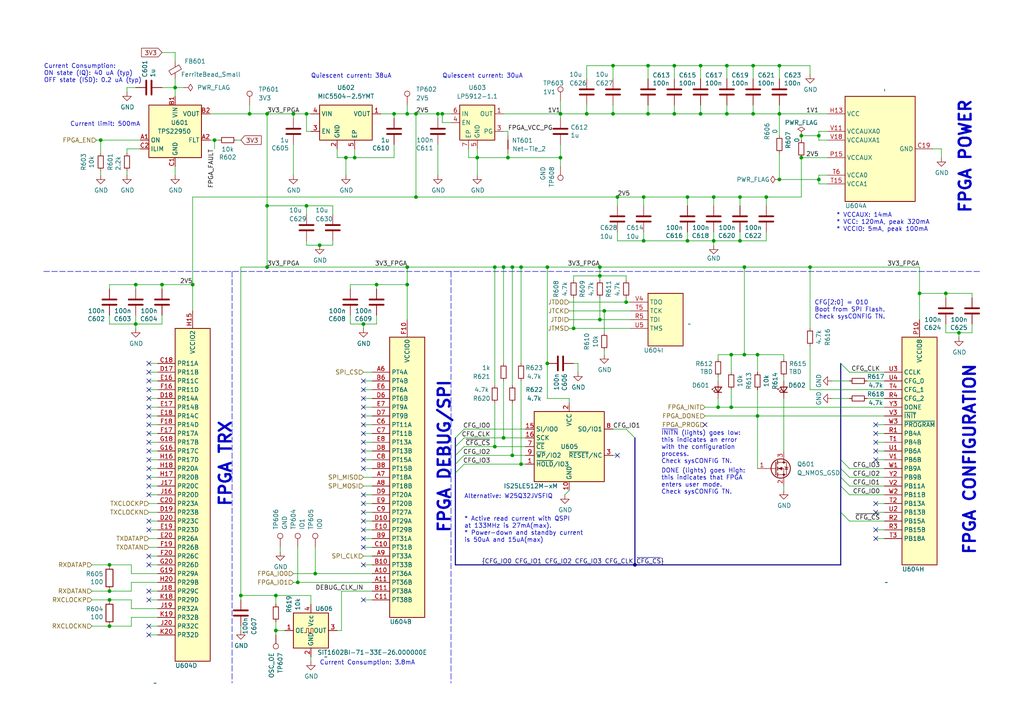
<source format=kicad_sch>
(kicad_sch (version 20211123) (generator eeschema)

  (uuid e6861313-0042-44a8-a0bd-deae1d0fda2f)

  (paper "A4")

  

  (junction (at 187.96 19.05) (diameter 0) (color 0 0 0 0)
    (uuid 00b2861a-b8f3-4dc1-ba3c-7631b8afcf7a)
  )
  (junction (at 72.39 33.02) (diameter 0) (color 0 0 0 0)
    (uuid 06dfeb88-f962-4ea2-b38a-39d1258be817)
  )
  (junction (at 207.01 69.85) (diameter 0) (color 0 0 0 0)
    (uuid 08809396-f2be-4c56-85f5-dffa7f055726)
  )
  (junction (at 39.37 93.98) (diameter 0) (color 0 0 0 0)
    (uuid 09ff8530-714c-45c9-8c7a-26c93d48c5d9)
  )
  (junction (at 118.11 82.55) (diameter 0) (color 0 0 0 0)
    (uuid 0b0331f0-ad6e-45d6-b767-0f62f575797e)
  )
  (junction (at 226.06 52.07) (diameter 0) (color 0 0 0 0)
    (uuid 0cacec70-8ac2-4fa9-8909-9b260eba7365)
  )
  (junction (at 210.82 33.02) (diameter 0) (color 0 0 0 0)
    (uuid 0d13f7a2-df60-4c91-8571-2ba938884f9e)
  )
  (junction (at 31.75 163.83) (diameter 0) (color 0 0 0 0)
    (uuid 0d486e1b-ec2a-4c13-b68c-5a8bc7fbed29)
  )
  (junction (at 146.05 77.47) (diameter 0) (color 0 0 0 0)
    (uuid 1208e82b-c119-4943-9f24-6690302ddeae)
  )
  (junction (at 88.9 33.02) (diameter 0) (color 0 0 0 0)
    (uuid 129519b5-bc1e-406a-b3ff-f03ddcb3f164)
  )
  (junction (at 199.39 69.85) (diameter 0) (color 0 0 0 0)
    (uuid 15d380e1-c706-42b0-a33e-897e2e0164ce)
  )
  (junction (at 212.09 102.87) (diameter 0) (color 0 0 0 0)
    (uuid 175a04b6-29eb-4bba-9e0a-ea2dc8a0d5c6)
  )
  (junction (at 237.49 52.07) (diameter 0) (color 0 0 0 0)
    (uuid 19963ee3-b1fd-4164-b945-c72377549360)
  )
  (junction (at 215.9 102.87) (diameter 0) (color 0 0 0 0)
    (uuid 241141d8-eefb-4ed3-afda-7ac5b7738674)
  )
  (junction (at 214.63 69.85) (diameter 0) (color 0 0 0 0)
    (uuid 26a6c266-5291-42de-8869-cbac37d7eb83)
  )
  (junction (at 158.75 105.41) (diameter 0) (color 0 0 0 0)
    (uuid 277c2dc1-22cd-4a94-a926-47dcd9a73f5a)
  )
  (junction (at 31.75 173.99) (diameter 0) (color 0 0 0 0)
    (uuid 29c84d61-59a9-4bce-97ae-96a4ad953873)
  )
  (junction (at 143.51 129.54) (diameter 0) (color 0 0 0 0)
    (uuid 2d2b0ba7-c42a-4ac0-aaa7-6cfe551f55da)
  )
  (junction (at 179.07 57.15) (diameter 0) (color 0 0 0 0)
    (uuid 30379c22-a685-49ff-80d7-5aea510c03c7)
  )
  (junction (at 173.99 77.47) (diameter 0) (color 0 0 0 0)
    (uuid 324e688a-1843-4d60-88cb-75de623baa87)
  )
  (junction (at 195.58 19.05) (diameter 0) (color 0 0 0 0)
    (uuid 3370f7bc-0dce-47a5-93fd-e6cd756685fe)
  )
  (junction (at 148.59 132.08) (diameter 0) (color 0 0 0 0)
    (uuid 356144dc-a0fe-4fdc-8eb3-888b5b3a8703)
  )
  (junction (at 80.01 172.72) (diameter 0) (color 0 0 0 0)
    (uuid 392d2075-8af3-405f-aa66-719b5a8b3345)
  )
  (junction (at 222.25 57.15) (diameter 0) (color 0 0 0 0)
    (uuid 3a84a26d-1aff-4f39-9c0d-894bcbfe30c9)
  )
  (junction (at 177.8 33.02) (diameter 0) (color 0 0 0 0)
    (uuid 3ae3af36-4978-4680-8d86-777e00a82da0)
  )
  (junction (at 187.96 33.02) (diameter 0) (color 0 0 0 0)
    (uuid 3b7c5f15-b782-45fd-bc3a-8dcd36dbc6b0)
  )
  (junction (at 173.99 80.01) (diameter 0) (color 0 0 0 0)
    (uuid 3b8b8703-9053-44ea-a92f-4d0312c39d01)
  )
  (junction (at 69.85 172.72) (diameter 0) (color 0 0 0 0)
    (uuid 3e9126e9-870f-46f4-88af-ab6b54b7d9d4)
  )
  (junction (at 219.71 120.65) (diameter 0) (color 0 0 0 0)
    (uuid 3f47f4d5-9b38-496f-9479-a87157351b4d)
  )
  (junction (at 92.71 71.12) (diameter 0) (color 0 0 0 0)
    (uuid 3fa56298-fe1e-41ed-b35c-459c28c4ca60)
  )
  (junction (at 162.56 33.02) (diameter 0) (color 0 0 0 0)
    (uuid 4499aa0b-b87b-424c-8c84-6cba11893b29)
  )
  (junction (at 85.09 33.02) (diameter 0) (color 0 0 0 0)
    (uuid 4515fcae-24fb-4e0d-af9c-772b2ddb3754)
  )
  (junction (at 170.18 33.02) (diameter 0) (color 0 0 0 0)
    (uuid 4523e497-055f-4b51-8678-55d724d888b2)
  )
  (junction (at 151.13 134.62) (diameter 0) (color 0 0 0 0)
    (uuid 46a8550f-d8e2-43f8-8d59-e9d4f2664656)
  )
  (junction (at 55.88 82.55) (diameter 0) (color 0 0 0 0)
    (uuid 4715e7b9-561c-433a-a8f4-013152e129cb)
  )
  (junction (at 88.9 59.69) (diameter 0) (color 0 0 0 0)
    (uuid 4cc668d7-e979-4d65-9df1-548f4ae73551)
  )
  (junction (at 80.01 182.88) (diameter 0) (color 0 0 0 0)
    (uuid 4d819a31-f9aa-4662-a958-7d3cc3434aa9)
  )
  (junction (at 120.65 57.15) (diameter 0) (color 0 0 0 0)
    (uuid 52eb4a0d-5874-4f2a-ac89-e96718db1b04)
  )
  (junction (at 29.21 40.64) (diameter 0) (color 0 0 0 0)
    (uuid 52faaf0a-32c9-4779-87ee-ab7d6dfca769)
  )
  (junction (at 195.58 33.02) (diameter 0) (color 0 0 0 0)
    (uuid 537ca58b-df6e-458b-bb3f-db587afb608f)
  )
  (junction (at 46.99 82.55) (diameter 0) (color 0 0 0 0)
    (uuid 53809074-8db8-4e18-a150-120940309410)
  )
  (junction (at 210.82 19.05) (diameter 0) (color 0 0 0 0)
    (uuid 59655a8a-a10b-45d8-97b7-92779cae6511)
  )
  (junction (at 102.87 45.72) (diameter 0) (color 0 0 0 0)
    (uuid 5e58e5bc-c589-4204-bb8e-5af05f3bc287)
  )
  (junction (at 181.61 87.63) (diameter 0) (color 0 0 0 0)
    (uuid 60b9792a-cb51-4b9a-8bbb-65b72527665d)
  )
  (junction (at 266.7 85.09) (diameter 0) (color 0 0 0 0)
    (uuid 667c348a-d139-4b04-acb5-5645964ed3b9)
  )
  (junction (at 226.06 33.02) (diameter 0) (color 0 0 0 0)
    (uuid 69884a0b-c9c4-4511-b292-6c1f01159160)
  )
  (junction (at 186.69 69.85) (diameter 0) (color 0 0 0 0)
    (uuid 6d738828-60d6-49a4-b638-6205efd77af8)
  )
  (junction (at 208.28 118.11) (diameter 0) (color 0 0 0 0)
    (uuid 71882647-1247-4cd5-ba3c-4329fa6c3ea8)
  )
  (junction (at 31.75 171.45) (diameter 0) (color 0 0 0 0)
    (uuid 7d551cc8-80c5-40d0-a988-3a7d0922c903)
  )
  (junction (at 203.2 33.02) (diameter 0) (color 0 0 0 0)
    (uuid 7d7799cf-738a-472c-9316-e59f762b895f)
  )
  (junction (at 184.15 163.83) (diameter 0) (color 0 0 0 0)
    (uuid 7f2fba3a-571a-4667-a051-cec94d3d1a39)
  )
  (junction (at 105.41 93.98) (diameter 0) (color 0 0 0 0)
    (uuid 82494344-2f2c-4de0-a7fd-72a6a0647225)
  )
  (junction (at 143.51 77.47) (diameter 0) (color 0 0 0 0)
    (uuid 8359f256-430b-4d84-8c57-432c93422f40)
  )
  (junction (at 50.8 25.4) (diameter 0) (color 0 0 0 0)
    (uuid 86c7d8f2-1ff5-445f-814d-34b4119c8e50)
  )
  (junction (at 166.37 95.25) (diameter 0) (color 0 0 0 0)
    (uuid 8a5d9b85-7762-4fea-840d-0540048f2180)
  )
  (junction (at 234.95 77.47) (diameter 0) (color 0 0 0 0)
    (uuid 8ab6a98d-3da8-4eae-b246-010cfaacbb09)
  )
  (junction (at 120.65 33.02) (diameter 0) (color 0 0 0 0)
    (uuid 8ac1e099-396c-4d3b-ab79-f864e5a18abc)
  )
  (junction (at 278.13 96.52) (diameter 0) (color 0 0 0 0)
    (uuid 8c315a62-8d5b-41dc-9589-396ebc61c194)
  )
  (junction (at 39.37 82.55) (diameter 0) (color 0 0 0 0)
    (uuid 900f2a37-e72f-479b-816d-6716ba4b9f27)
  )
  (junction (at 127 33.02) (diameter 0) (color 0 0 0 0)
    (uuid 910b2248-fdad-4462-ad7e-bb8bcb6a0e43)
  )
  (junction (at 128.27 33.02) (diameter 0) (color 0 0 0 0)
    (uuid 943e3f01-be82-4325-afd8-80ee519d19c2)
  )
  (junction (at 114.3 33.02) (diameter 0) (color 0 0 0 0)
    (uuid 9c13430b-29c7-4f7b-a0d9-fa96931c6a79)
  )
  (junction (at 151.13 77.47) (diameter 0) (color 0 0 0 0)
    (uuid 9c64832c-3c6f-4cc1-a92a-ecb555d94cc0)
  )
  (junction (at 77.47 77.47) (diameter 0) (color 0 0 0 0)
    (uuid 9d726789-51e2-4caf-a972-eacf04228c83)
  )
  (junction (at 31.75 181.61) (diameter 0) (color 0 0 0 0)
    (uuid 9d835ca6-eab2-430e-8507-201b163d4a71)
  )
  (junction (at 274.32 85.09) (diameter 0) (color 0 0 0 0)
    (uuid 9e618698-f1bc-4f78-9b97-92aace28e15f)
  )
  (junction (at 199.39 57.15) (diameter 0) (color 0 0 0 0)
    (uuid a41ba962-fb98-4253-ac63-e21b3cd846fa)
  )
  (junction (at 86.36 168.91) (diameter 0) (color 0 0 0 0)
    (uuid a844a060-e560-4c5a-af7b-0b1046e597fb)
  )
  (junction (at 77.47 33.02) (diameter 0) (color 0 0 0 0)
    (uuid ad22c593-6a9b-4af4-b68e-0bedcb1a436b)
  )
  (junction (at 62.23 40.64) (diameter 0) (color 0 0 0 0)
    (uuid b185df74-1fd1-4fef-b437-402d01fd2139)
  )
  (junction (at 146.05 127) (diameter 0) (color 0 0 0 0)
    (uuid b3b4c6a7-8aed-449d-a3f9-7a1bcb3e39ce)
  )
  (junction (at 118.11 33.02) (diameter 0) (color 0 0 0 0)
    (uuid b6d04da3-5214-4dc2-8297-23f24e016842)
  )
  (junction (at 214.63 57.15) (diameter 0) (color 0 0 0 0)
    (uuid b7dc7bfa-cd4a-4a1c-8c54-411a8d3f5bd6)
  )
  (junction (at 218.44 33.02) (diameter 0) (color 0 0 0 0)
    (uuid ba9a151e-1151-41ca-89c0-109df2e51cb6)
  )
  (junction (at 218.44 19.05) (diameter 0) (color 0 0 0 0)
    (uuid badcffa6-da54-4b06-9395-36755cdc312b)
  )
  (junction (at 148.59 77.47) (diameter 0) (color 0 0 0 0)
    (uuid bba2393f-1e80-48ab-9c4e-5eeb5e42bbfd)
  )
  (junction (at 207.01 57.15) (diameter 0) (color 0 0 0 0)
    (uuid bc0979d7-a292-4946-9361-9e27fe6c480a)
  )
  (junction (at 215.9 77.47) (diameter 0) (color 0 0 0 0)
    (uuid bed2f8e2-b64f-4424-97ef-13e997f59ce2)
  )
  (junction (at 237.49 39.37) (diameter 0) (color 0 0 0 0)
    (uuid bef4af2e-419f-40de-99cf-11316b9cd937)
  )
  (junction (at 203.2 19.05) (diameter 0) (color 0 0 0 0)
    (uuid c560266a-b891-4bf3-834d-a20e1acbf38c)
  )
  (junction (at 100.33 45.72) (diameter 0) (color 0 0 0 0)
    (uuid c64d7246-04ce-436f-b7c6-f2a211fe0335)
  )
  (junction (at 232.41 39.37) (diameter 0) (color 0 0 0 0)
    (uuid c6a7690e-9b50-478f-8181-9c7edb7efd98)
  )
  (junction (at 219.71 102.87) (diameter 0) (color 0 0 0 0)
    (uuid caf935bd-1e71-41ca-84e2-5c51f56be8a2)
  )
  (junction (at 232.41 45.72) (diameter 0) (color 0 0 0 0)
    (uuid d7afa860-4900-42d8-ac9f-c4de0971d0af)
  )
  (junction (at 175.26 90.17) (diameter 0) (color 0 0 0 0)
    (uuid dd70b6df-d559-40a7-bc3b-c233ac555e02)
  )
  (junction (at 138.43 45.72) (diameter 0) (color 0 0 0 0)
    (uuid e07747b5-ad95-44e7-a60f-1d6d0397861e)
  )
  (junction (at 158.75 77.47) (diameter 0) (color 0 0 0 0)
    (uuid e427069a-5c20-474c-87ca-36a53393cdc3)
  )
  (junction (at 177.8 19.05) (diameter 0) (color 0 0 0 0)
    (uuid e67da773-cc01-4bec-8f3e-dad1ea8f9388)
  )
  (junction (at 226.06 19.05) (diameter 0) (color 0 0 0 0)
    (uuid eac7ec08-e7df-4b3c-a641-da88ae31efeb)
  )
  (junction (at 186.69 57.15) (diameter 0) (color 0 0 0 0)
    (uuid eba13c13-2deb-4519-913e-f43cb84146fe)
  )
  (junction (at 147.32 45.72) (diameter 0) (color 0 0 0 0)
    (uuid ee57107f-3326-407a-82c1-d8c2e2029936)
  )
  (junction (at 212.09 118.11) (diameter 0) (color 0 0 0 0)
    (uuid efab906c-d6c1-4655-96ac-4947c2e7a976)
  )
  (junction (at 91.44 166.37) (diameter 0) (color 0 0 0 0)
    (uuid f5d947e0-1a40-4be1-b537-55484539f42b)
  )
  (junction (at 109.22 82.55) (diameter 0) (color 0 0 0 0)
    (uuid f6e24a42-e21b-4472-a53f-0c68bf5b725c)
  )
  (junction (at 162.56 45.72) (diameter 0) (color 0 0 0 0)
    (uuid f6ea5437-c45c-44ca-9fb0-936e609a75fb)
  )
  (junction (at 77.47 59.69) (diameter 0) (color 0 0 0 0)
    (uuid f9a1a2ef-62b9-478b-a083-c12764827013)
  )
  (junction (at 118.11 77.47) (diameter 0) (color 0 0 0 0)
    (uuid fcce69bc-33c3-4996-ba5b-c1eda94e7634)
  )
  (junction (at 173.99 92.71) (diameter 0) (color 0 0 0 0)
    (uuid fdb404c9-5607-4f4e-961f-aaa1814b16ca)
  )

  (no_connect (at 43.18 107.95) (uuid 0087fb22-ba0c-4acc-b8bc-9fdd9623d4bf))
  (no_connect (at 43.18 161.29) (uuid 092bc9ec-e3c7-4eae-b7f7-77b94e386478))
  (no_connect (at 43.18 140.97) (uuid 0d616157-6bdf-45aa-bced-1021f97957e2))
  (no_connect (at 43.18 133.35) (uuid 0d616157-6bdf-45aa-bced-1021f97957e3))
  (no_connect (at 43.18 135.89) (uuid 0d616157-6bdf-45aa-bced-1021f97957e4))
  (no_connect (at 43.18 138.43) (uuid 0d616157-6bdf-45aa-bced-1021f97957e5))
  (no_connect (at 179.07 132.08) (uuid 0d97e9cd-c31a-4ad5-a968-c012e35fc182))
  (no_connect (at 105.41 113.03) (uuid 12bb232f-8d44-416d-9f9a-c3817e1f9a82))
  (no_connect (at 105.41 163.83) (uuid 17062b70-c549-4bcd-b5f3-6b5f30bea7aa))
  (no_connect (at 105.41 123.19) (uuid 1856bedc-4340-4752-b096-e6d8f5bcf31b))
  (no_connect (at 105.41 110.49) (uuid 1b346ad8-49c1-4d9a-9e92-c03d189ee1dd))
  (no_connect (at 43.18 171.45) (uuid 20d1812c-cd35-4c64-908b-bbd37c456360))
  (no_connect (at 105.41 118.11) (uuid 20d359e1-1836-4cbc-af2f-3630566df0d0))
  (no_connect (at 43.18 173.99) (uuid 27d1c3c8-1813-43b9-877b-d67d9b61a694))
  (no_connect (at 105.41 135.89) (uuid 2f4cdc79-030c-4165-a024-a7947d41e2fa))
  (no_connect (at 105.41 143.51) (uuid 39110e7c-525d-47be-9ab5-6a9c05261880))
  (no_connect (at 43.18 181.61) (uuid 39507dbc-d91c-4e92-a89e-2259b7223eca))
  (no_connect (at 43.18 115.57) (uuid 3edb3167-e45b-49a4-a46e-0c3b66c8794c))
  (no_connect (at 254 148.59) (uuid 44d1208f-3dab-4b1f-a881-04d6516bd03a))
  (no_connect (at 43.18 125.73) (uuid 469a0a3e-9e33-4569-a802-6a64c4500215))
  (no_connect (at 105.41 148.59) (uuid 532043c0-7b92-4671-9c04-5a267bef43fd))
  (no_connect (at 204.47 123.19) (uuid 5cef7952-c5d9-4b64-8654-67db4abb18c3))
  (no_connect (at 105.41 156.21) (uuid 5d18cfa1-cd09-446a-be68-ac5734008cfe))
  (no_connect (at 254 125.73) (uuid 5f980097-c3af-4712-b759-d76150575b23))
  (no_connect (at 105.41 146.05) (uuid 61a081bd-8501-47d3-bd39-7d1a0c21cff0))
  (no_connect (at 43.18 113.03) (uuid 65ec770c-f207-4c98-84df-4fface0e5735))
  (no_connect (at 254 123.19) (uuid 74de4f60-8e78-40c1-a3fb-3b6879fff038))
  (no_connect (at 43.18 184.15) (uuid 7a9ccfdf-f203-42e3-a246-c7952ed42301))
  (no_connect (at 105.41 151.13) (uuid 7c2c06b3-79e4-4293-931d-2fa96c3a5eb8))
  (no_connect (at 43.18 120.65) (uuid 8511434d-1111-416b-b59e-7f7fab3537d6))
  (no_connect (at 43.18 118.11) (uuid 878ae374-4f73-4474-bde8-ea148af29188))
  (no_connect (at 254 146.05) (uuid 8fd6b421-fd42-4b9c-9ec5-7fe6ad287c38))
  (no_connect (at 43.18 128.27) (uuid 952ad99e-d3ed-4ada-99ce-e2c704402aab))
  (no_connect (at 105.41 130.81) (uuid 9eb7170b-3da1-457a-910a-997869bded1a))
  (no_connect (at 43.18 105.41) (uuid 9ec70d98-75ce-4ab7-9e1f-60ef736cb193))
  (no_connect (at 105.41 128.27) (uuid a00238f5-72d6-40e7-b73e-3ffd08ceee7e))
  (no_connect (at 105.41 153.67) (uuid a0a81c39-62ab-483b-92e8-438842cf19fc))
  (no_connect (at 43.18 123.19) (uuid a5f92b36-b8f4-4a10-90da-5695567ef3ec))
  (no_connect (at 105.41 115.57) (uuid b1011abf-258e-4cab-a44d-332b4651c3f5))
  (no_connect (at 254 130.81) (uuid be7de968-33ef-4f91-8b12-f0d3a2050b4c))
  (no_connect (at 105.41 125.73) (uuid c5674969-13d8-40d2-99ca-df9adcd5445d))
  (no_connect (at 105.41 158.75) (uuid c6c4013d-3700-4ed7-9261-acfb9c8eeaa7))
  (no_connect (at 105.41 120.65) (uuid cdd6a1ea-c980-432f-ae87-d2e371cec527))
  (no_connect (at 43.18 153.67) (uuid d2a1dfde-6514-44a0-868d-aeae5393d2b9))
  (no_connect (at 254 153.67) (uuid d5984c9f-d7d6-4880-9ccf-8cd0f0739db2))
  (no_connect (at 43.18 130.81) (uuid d6e25b57-4f73-4a9e-96e1-2afe3109a444))
  (no_connect (at 254 128.27) (uuid dc7a756e-09f4-4e54-84a6-91b102dbd2de))
  (no_connect (at 254 133.35) (uuid e08881a7-ea9c-46a7-bd76-7c0809750c00))
  (no_connect (at 43.18 110.49) (uuid e3394ed9-1c21-4e5c-bcea-5e971d8a7cf7))
  (no_connect (at 254 156.21) (uuid ede8c8b8-df9b-4773-bea5-99eda1e39312))
  (no_connect (at 105.41 173.99) (uuid f3e9a2b1-bb51-4ad1-8079-e7d788831e63))
  (no_connect (at 43.18 151.13) (uuid f5ab30bd-8933-4d63-90be-5a945f7dcc81))
  (no_connect (at 43.18 163.83) (uuid f62364e9-06e8-4878-a9f6-c9fb562d98a1))
  (no_connect (at 43.18 143.51) (uuid f76de2de-56c9-4236-84f0-f5b7fc28e87a))
  (no_connect (at 105.41 133.35) (uuid fdcc1581-186c-4c19-b4e5-135f15587d55))

  (bus_entry (at 243.84 138.43) (size 2.54 2.54)
    (stroke (width 0) (type default) (color 0 0 0 0))
    (uuid 1298f126-2352-48f2-825f-de17742fc4db)
  )
  (bus_entry (at 132.08 137.16) (size 2.54 -2.54)
    (stroke (width 0) (type default) (color 0 0 0 0))
    (uuid 23b51995-fe23-4d97-a066-5f4147818f87)
  )
  (bus_entry (at 181.61 124.46) (size 2.54 2.54)
    (stroke (width 0) (type default) (color 0 0 0 0))
    (uuid 665861bb-3c85-43bc-9dc7-9c72219f317e)
  )
  (bus_entry (at 243.84 140.97) (size 2.54 2.54)
    (stroke (width 0) (type default) (color 0 0 0 0))
    (uuid 75a9480d-8ac3-41df-9f4f-5d9ed7a1782e)
  )
  (bus_entry (at 132.08 134.62) (size 2.54 -2.54)
    (stroke (width 0) (type default) (color 0 0 0 0))
    (uuid 785dddf9-3cf0-4e85-8632-1a314bbc34b2)
  )
  (bus_entry (at 243.84 133.35) (size 2.54 2.54)
    (stroke (width 0) (type default) (color 0 0 0 0))
    (uuid 8ce16e23-12f4-46be-951f-c046f1bd3479)
  )
  (bus_entry (at 243.84 135.89) (size 2.54 2.54)
    (stroke (width 0) (type default) (color 0 0 0 0))
    (uuid ae509cef-b2d4-4701-bd39-f4d022ead86d)
  )
  (bus_entry (at 132.08 129.54) (size 2.54 -2.54)
    (stroke (width 0) (type default) (color 0 0 0 0))
    (uuid cc888799-c0b4-4c79-87f8-a4a62f5d81d0)
  )
  (bus_entry (at 132.08 132.08) (size 2.54 -2.54)
    (stroke (width 0) (type default) (color 0 0 0 0))
    (uuid cc888799-c0b4-4c79-87f8-a4a62f5d81d1)
  )
  (bus_entry (at 134.62 124.46) (size -2.54 2.54)
    (stroke (width 0) (type default) (color 0 0 0 0))
    (uuid cc888799-c0b4-4c79-87f8-a4a62f5d81d2)
  )
  (bus_entry (at 243.84 148.59) (size 2.54 2.54)
    (stroke (width 0) (type default) (color 0 0 0 0))
    (uuid dbd2f208-6165-4a10-afab-a9eb941486a4)
  )
  (bus_entry (at 243.84 105.41) (size 2.54 2.54)
    (stroke (width 0) (type default) (color 0 0 0 0))
    (uuid fe7571cb-0e18-4010-9006-7209546aee72)
  )

  (wire (pts (xy 170.18 19.05) (xy 177.8 19.05))
    (stroke (width 0) (type default) (color 0 0 0 0))
    (uuid 003d1996-31d4-42df-9e35-3c5d30d00a75)
  )
  (wire (pts (xy 26.67 173.99) (xy 31.75 173.99))
    (stroke (width 0) (type default) (color 0 0 0 0))
    (uuid 03637e18-e11c-4b9f-90f4-25e02d3e8f6b)
  )
  (wire (pts (xy 232.41 45.72) (xy 240.03 45.72))
    (stroke (width 0) (type default) (color 0 0 0 0))
    (uuid 0369059b-f0e3-43f4-93b1-43f55e5701d9)
  )
  (wire (pts (xy 234.95 77.47) (xy 266.7 77.47))
    (stroke (width 0) (type default) (color 0 0 0 0))
    (uuid 04033699-6db0-441b-8bf7-eec0c4b3b674)
  )
  (wire (pts (xy 246.38 135.89) (xy 256.54 135.89))
    (stroke (width 0) (type default) (color 0 0 0 0))
    (uuid 04e1fb0d-fb90-4b59-8c10-a2e6b65a5e0f)
  )
  (wire (pts (xy 118.11 30.48) (xy 118.11 33.02))
    (stroke (width 0) (type default) (color 0 0 0 0))
    (uuid 0707c5da-9a1d-47d9-a0ef-54a24041412e)
  )
  (wire (pts (xy 151.13 134.62) (xy 152.4 134.62))
    (stroke (width 0) (type default) (color 0 0 0 0))
    (uuid 087f3e61-a694-429a-942e-af258b4acc4b)
  )
  (wire (pts (xy 105.41 138.43) (xy 107.95 138.43))
    (stroke (width 0) (type default) (color 0 0 0 0))
    (uuid 09033c23-8490-4e5c-b958-1ecb82045303)
  )
  (wire (pts (xy 114.3 45.72) (xy 102.87 45.72))
    (stroke (width 0) (type default) (color 0 0 0 0))
    (uuid 0921de0c-8fc3-4d1f-88cb-63d24873b3da)
  )
  (wire (pts (xy 26.67 163.83) (xy 31.75 163.83))
    (stroke (width 0) (type default) (color 0 0 0 0))
    (uuid 0923fc8c-f40c-4491-87fe-a32c6de91bcd)
  )
  (wire (pts (xy 227.33 102.87) (xy 219.71 102.87))
    (stroke (width 0) (type default) (color 0 0 0 0))
    (uuid 098da118-9076-4855-b433-1fb81c3b9831)
  )
  (wire (pts (xy 120.65 33.02) (xy 120.65 57.15))
    (stroke (width 0) (type default) (color 0 0 0 0))
    (uuid 09ff688e-ba8b-4c2c-9356-baf8f4c521c9)
  )
  (wire (pts (xy 251.46 110.49) (xy 256.54 110.49))
    (stroke (width 0) (type default) (color 0 0 0 0))
    (uuid 0a0efa78-3dbd-44e2-9cac-bbbc1514cb4a)
  )
  (wire (pts (xy 167.64 105.41) (xy 167.64 107.95))
    (stroke (width 0) (type default) (color 0 0 0 0))
    (uuid 0a428af4-d960-4f7c-a083-504057c1e819)
  )
  (wire (pts (xy 226.06 19.05) (xy 234.95 19.05))
    (stroke (width 0) (type default) (color 0 0 0 0))
    (uuid 0bd27bb8-242f-4f0c-b5bf-1666e2009b71)
  )
  (wire (pts (xy 72.39 30.48) (xy 72.39 33.02))
    (stroke (width 0) (type default) (color 0 0 0 0))
    (uuid 0c73103a-2b41-4ced-af99-eb4949f4b4f0)
  )
  (wire (pts (xy 199.39 57.15) (xy 199.39 59.69))
    (stroke (width 0) (type default) (color 0 0 0 0))
    (uuid 0cd0f02c-77db-4f55-b046-bdaf6b682091)
  )
  (wire (pts (xy 226.06 52.07) (xy 237.49 52.07))
    (stroke (width 0) (type default) (color 0 0 0 0))
    (uuid 0d10749f-254d-4425-857b-d71e2c55c1cc)
  )
  (wire (pts (xy 181.61 86.36) (xy 181.61 87.63))
    (stroke (width 0) (type default) (color 0 0 0 0))
    (uuid 0d2a10ee-921c-42f5-83bb-425e3bc88b08)
  )
  (wire (pts (xy 90.17 190.5) (xy 90.17 191.77))
    (stroke (width 0) (type default) (color 0 0 0 0))
    (uuid 0dfd3030-be04-4d31-ab7a-5e9d80308efc)
  )
  (wire (pts (xy 151.13 110.49) (xy 151.13 134.62))
    (stroke (width 0) (type default) (color 0 0 0 0))
    (uuid 0e475c27-688f-4e55-a388-4c84998966b4)
  )
  (wire (pts (xy 138.43 45.72) (xy 135.89 45.72))
    (stroke (width 0) (type default) (color 0 0 0 0))
    (uuid 0fa9d8e0-f86b-467e-a658-735787770ec8)
  )
  (wire (pts (xy 254 153.67) (xy 256.54 153.67))
    (stroke (width 0) (type default) (color 0 0 0 0))
    (uuid 10b73343-3a3a-4377-b401-04c4334fea4e)
  )
  (wire (pts (xy 114.3 41.91) (xy 114.3 45.72))
    (stroke (width 0) (type default) (color 0 0 0 0))
    (uuid 11125720-5949-4a0e-b685-8c6f383d8a6d)
  )
  (wire (pts (xy 208.28 115.57) (xy 208.28 118.11))
    (stroke (width 0) (type default) (color 0 0 0 0))
    (uuid 11168d98-69e0-4d4e-b056-bbf2b1c1162f)
  )
  (wire (pts (xy 80.01 172.72) (xy 80.01 175.26))
    (stroke (width 0) (type default) (color 0 0 0 0))
    (uuid 116f0b71-d5d7-4690-a677-68fa8ebbc7ce)
  )
  (wire (pts (xy 85.09 33.02) (xy 88.9 33.02))
    (stroke (width 0) (type default) (color 0 0 0 0))
    (uuid 11c13a18-3f13-4869-b564-c6a02043f431)
  )
  (wire (pts (xy 179.07 67.31) (xy 179.07 69.85))
    (stroke (width 0) (type default) (color 0 0 0 0))
    (uuid 11cb45bc-443f-4173-b8e9-0c63cb7910ab)
  )
  (wire (pts (xy 143.51 77.47) (xy 146.05 77.47))
    (stroke (width 0) (type default) (color 0 0 0 0))
    (uuid 11d1be97-baea-4796-a961-840b0dce7d87)
  )
  (wire (pts (xy 130.81 33.02) (xy 128.27 33.02))
    (stroke (width 0) (type default) (color 0 0 0 0))
    (uuid 11f89246-6d3a-4e08-ad3c-f9bca4de7df2)
  )
  (wire (pts (xy 43.18 181.61) (xy 45.72 181.61))
    (stroke (width 0) (type default) (color 0 0 0 0))
    (uuid 12236ce1-b1d9-4ab2-93b0-cfa25b714ba6)
  )
  (wire (pts (xy 143.51 116.84) (xy 143.51 129.54))
    (stroke (width 0) (type default) (color 0 0 0 0))
    (uuid 13243781-03ed-4d12-a9a8-6da3fcf0eca3)
  )
  (wire (pts (xy 219.71 113.03) (xy 219.71 120.65))
    (stroke (width 0) (type default) (color 0 0 0 0))
    (uuid 13380b01-72cd-478f-b7b2-689e6f5dbf2a)
  )
  (wire (pts (xy 179.07 57.15) (xy 179.07 59.69))
    (stroke (width 0) (type default) (color 0 0 0 0))
    (uuid 138dd9be-bd9d-4a1f-94b5-ce52ec295823)
  )
  (wire (pts (xy 240.03 53.34) (xy 237.49 53.34))
    (stroke (width 0) (type default) (color 0 0 0 0))
    (uuid 13c7091d-bd4a-4afc-83f5-500c48a0936a)
  )
  (wire (pts (xy 96.52 59.69) (xy 96.52 62.23))
    (stroke (width 0) (type default) (color 0 0 0 0))
    (uuid 14559b43-9170-4c58-b818-18bad5373fac)
  )
  (wire (pts (xy 227.33 115.57) (xy 227.33 130.81))
    (stroke (width 0) (type default) (color 0 0 0 0))
    (uuid 14e5c329-6fc9-49e6-8c2c-39adc3fa7bae)
  )
  (wire (pts (xy 43.18 184.15) (xy 45.72 184.15))
    (stroke (width 0) (type default) (color 0 0 0 0))
    (uuid 159cc0ef-92d5-45e7-a973-60f5f57578cc)
  )
  (wire (pts (xy 105.41 115.57) (xy 107.95 115.57))
    (stroke (width 0) (type default) (color 0 0 0 0))
    (uuid 15e11933-fc6e-47fb-9c0b-3a3f0e3fabd8)
  )
  (wire (pts (xy 162.56 34.29) (xy 162.56 33.02))
    (stroke (width 0) (type default) (color 0 0 0 0))
    (uuid 17002779-37cb-4a3d-aee4-3b5fd642ee9c)
  )
  (wire (pts (xy 222.25 69.85) (xy 222.25 67.31))
    (stroke (width 0) (type default) (color 0 0 0 0))
    (uuid 17140126-998a-4315-b890-16c2568f9cb2)
  )
  (wire (pts (xy 212.09 102.87) (xy 215.9 102.87))
    (stroke (width 0) (type default) (color 0 0 0 0))
    (uuid 190a3cc4-def8-4206-ab90-d00b9e7eaadf)
  )
  (wire (pts (xy 39.37 82.55) (xy 46.99 82.55))
    (stroke (width 0) (type default) (color 0 0 0 0))
    (uuid 1955165a-75cf-47a6-b491-2fe60f45fd8e)
  )
  (wire (pts (xy 88.9 38.1) (xy 90.17 38.1))
    (stroke (width 0) (type default) (color 0 0 0 0))
    (uuid 1993f18c-fdcc-4dc1-8dda-2447c603ac72)
  )
  (wire (pts (xy 45.72 179.07) (xy 38.1 179.07))
    (stroke (width 0) (type default) (color 0 0 0 0))
    (uuid 1a58cf29-d961-4692-a0a1-d632ea4c6ab7)
  )
  (wire (pts (xy 177.8 19.05) (xy 187.96 19.05))
    (stroke (width 0) (type default) (color 0 0 0 0))
    (uuid 1a7a49bc-8a95-4b72-8211-596da27dfa0f)
  )
  (wire (pts (xy 69.85 172.72) (xy 80.01 172.72))
    (stroke (width 0) (type default) (color 0 0 0 0))
    (uuid 1b08048a-8695-4a55-aeff-ae75b2db373e)
  )
  (wire (pts (xy 186.69 57.15) (xy 186.69 59.69))
    (stroke (width 0) (type default) (color 0 0 0 0))
    (uuid 1c58e9c0-c98d-4a96-aa61-949d189c3ed5)
  )
  (wire (pts (xy 43.18 138.43) (xy 45.72 138.43))
    (stroke (width 0) (type default) (color 0 0 0 0))
    (uuid 1e83acf9-f875-442b-9af7-7d56c2f6388b)
  )
  (wire (pts (xy 91.44 166.37) (xy 107.95 166.37))
    (stroke (width 0) (type default) (color 0 0 0 0))
    (uuid 1eff1ed2-3407-4e16-a777-f548c8802211)
  )
  (wire (pts (xy 43.18 140.97) (xy 45.72 140.97))
    (stroke (width 0) (type default) (color 0 0 0 0))
    (uuid 1f5bbee2-ceb8-4588-b96b-14e47354993f)
  )
  (wire (pts (xy 270.51 43.18) (xy 273.05 43.18))
    (stroke (width 0) (type default) (color 0 0 0 0))
    (uuid 225c4518-5534-41b9-a40b-c004e917a6a4)
  )
  (bus (pts (xy 243.84 105.41) (xy 243.84 133.35))
    (stroke (width 0) (type default) (color 0 0 0 0))
    (uuid 233be75f-73b3-47e3-86d1-845f2f10765f)
  )

  (wire (pts (xy 203.2 19.05) (xy 210.82 19.05))
    (stroke (width 0) (type default) (color 0 0 0 0))
    (uuid 25536c21-8a77-4feb-8e22-0efe69778452)
  )
  (wire (pts (xy 110.49 33.02) (xy 114.3 33.02))
    (stroke (width 0) (type default) (color 0 0 0 0))
    (uuid 256d874c-1002-4dc2-bd0f-2669433749b6)
  )
  (wire (pts (xy 219.71 120.65) (xy 219.71 135.89))
    (stroke (width 0) (type default) (color 0 0 0 0))
    (uuid 25dc1a21-cfa2-4eb9-bcf7-34af94c2f020)
  )
  (wire (pts (xy 146.05 110.49) (xy 146.05 127))
    (stroke (width 0) (type default) (color 0 0 0 0))
    (uuid 25e0f15f-aef0-4561-a370-f9a3d566c529)
  )
  (wire (pts (xy 266.7 85.09) (xy 266.7 77.47))
    (stroke (width 0) (type default) (color 0 0 0 0))
    (uuid 27873c90-4920-48c8-a690-1e919b1753f2)
  )
  (wire (pts (xy 86.36 168.91) (xy 107.95 168.91))
    (stroke (width 0) (type default) (color 0 0 0 0))
    (uuid 2912bb80-8cb2-4697-a185-857c1b03cab6)
  )
  (wire (pts (xy 165.1 90.17) (xy 175.26 90.17))
    (stroke (width 0) (type default) (color 0 0 0 0))
    (uuid 2a4b1e98-fde2-4927-b091-cc26709e525f)
  )
  (wire (pts (xy 105.41 173.99) (xy 107.95 173.99))
    (stroke (width 0) (type default) (color 0 0 0 0))
    (uuid 2a5a3e3b-3755-4ab0-bb6a-c2d439116020)
  )
  (wire (pts (xy 166.37 105.41) (xy 167.64 105.41))
    (stroke (width 0) (type default) (color 0 0 0 0))
    (uuid 2b5fd026-7c5e-4b3a-84fd-1a48213683b9)
  )
  (wire (pts (xy 105.41 133.35) (xy 107.95 133.35))
    (stroke (width 0) (type default) (color 0 0 0 0))
    (uuid 2ba91107-8e94-4a22-9b34-e412192b425b)
  )
  (wire (pts (xy 105.41 161.29) (xy 107.95 161.29))
    (stroke (width 0) (type default) (color 0 0 0 0))
    (uuid 2c183096-1d91-4e5e-933c-2e61988f56c9)
  )
  (wire (pts (xy 50.8 25.4) (xy 46.99 25.4))
    (stroke (width 0) (type default) (color 0 0 0 0))
    (uuid 2c186cbf-9cac-4388-adb2-6d310baf89db)
  )
  (wire (pts (xy 29.21 40.64) (xy 40.64 40.64))
    (stroke (width 0) (type default) (color 0 0 0 0))
    (uuid 2c757599-485b-4c00-90fd-b9984ef322e4)
  )
  (wire (pts (xy 254 125.73) (xy 256.54 125.73))
    (stroke (width 0) (type default) (color 0 0 0 0))
    (uuid 2c78c33e-9c1d-4ef7-bd13-b36abcb46a21)
  )
  (wire (pts (xy 212.09 113.03) (xy 212.09 118.11))
    (stroke (width 0) (type default) (color 0 0 0 0))
    (uuid 2f3b5da9-bcc4-43a2-aa61-9dc73a67a628)
  )
  (wire (pts (xy 38.1 168.91) (xy 45.72 168.91))
    (stroke (width 0) (type default) (color 0 0 0 0))
    (uuid 303eed21-ede8-45c4-8669-819bec03ed63)
  )
  (wire (pts (xy 274.32 96.52) (xy 278.13 96.52))
    (stroke (width 0) (type default) (color 0 0 0 0))
    (uuid 30669abb-07b0-430f-a95b-e9a82109647c)
  )
  (wire (pts (xy 88.9 59.69) (xy 77.47 59.69))
    (stroke (width 0) (type default) (color 0 0 0 0))
    (uuid 310812de-9d50-4481-97ea-06e5271e46fe)
  )
  (wire (pts (xy 134.62 134.62) (xy 151.13 134.62))
    (stroke (width 0) (type default) (color 0 0 0 0))
    (uuid 3138000d-5110-4977-8c17-49d59c01bc07)
  )
  (wire (pts (xy 109.22 82.55) (xy 118.11 82.55))
    (stroke (width 0) (type default) (color 0 0 0 0))
    (uuid 32d07093-a967-4967-af33-7a386eb02e07)
  )
  (wire (pts (xy 55.88 82.55) (xy 55.88 90.17))
    (stroke (width 0) (type default) (color 0 0 0 0))
    (uuid 33731c12-030f-41b4-a5e7-1f2fe04ff187)
  )
  (wire (pts (xy 90.17 172.72) (xy 90.17 175.26))
    (stroke (width 0) (type default) (color 0 0 0 0))
    (uuid 337a187f-8cb5-4e1c-b983-5a07988e10ac)
  )
  (wire (pts (xy 177.8 132.08) (xy 179.07 132.08))
    (stroke (width 0) (type default) (color 0 0 0 0))
    (uuid 33a7dd22-d797-4de2-ac8e-8fc858d38c2f)
  )
  (wire (pts (xy 147.32 45.72) (xy 162.56 45.72))
    (stroke (width 0) (type default) (color 0 0 0 0))
    (uuid 343041dd-4e81-4eeb-9f2b-c9cccd204dee)
  )
  (wire (pts (xy 114.3 33.02) (xy 118.11 33.02))
    (stroke (width 0) (type default) (color 0 0 0 0))
    (uuid 35cda76d-a0c0-4ebc-8da0-d82b7b8218a6)
  )
  (wire (pts (xy 43.18 163.83) (xy 45.72 163.83))
    (stroke (width 0) (type default) (color 0 0 0 0))
    (uuid 3627952c-2687-4ccf-8e27-33ef308c544d)
  )
  (wire (pts (xy 50.8 15.24) (xy 50.8 17.78))
    (stroke (width 0) (type default) (color 0 0 0 0))
    (uuid 36ef9363-07a2-496f-999c-37d105c20762)
  )
  (wire (pts (xy 39.37 82.55) (xy 39.37 83.82))
    (stroke (width 0) (type default) (color 0 0 0 0))
    (uuid 377ca77d-fbb8-48f8-af52-92e52b18c916)
  )
  (wire (pts (xy 135.89 43.18) (xy 135.89 45.72))
    (stroke (width 0) (type default) (color 0 0 0 0))
    (uuid 37f4d6c8-5fb5-469e-8db5-8c1b94f34872)
  )
  (wire (pts (xy 208.28 109.22) (xy 208.28 110.49))
    (stroke (width 0) (type default) (color 0 0 0 0))
    (uuid 38c85382-09ad-4577-a706-2fe3f56156f3)
  )
  (wire (pts (xy 181.61 80.01) (xy 181.61 81.28))
    (stroke (width 0) (type default) (color 0 0 0 0))
    (uuid 3921a141-d594-4e5d-b607-2e3ed30a4534)
  )
  (wire (pts (xy 237.49 39.37) (xy 237.49 40.64))
    (stroke (width 0) (type default) (color 0 0 0 0))
    (uuid 39af2089-6814-43b1-828e-eaeea226f951)
  )
  (wire (pts (xy 29.21 40.64) (xy 29.21 44.45))
    (stroke (width 0) (type default) (color 0 0 0 0))
    (uuid 3a0fa860-a112-499d-8422-83783b796162)
  )
  (wire (pts (xy 148.59 116.84) (xy 148.59 132.08))
    (stroke (width 0) (type default) (color 0 0 0 0))
    (uuid 3ba20d79-511f-495e-95e8-db41a1710c12)
  )
  (wire (pts (xy 128.27 33.02) (xy 128.27 35.56))
    (stroke (width 0) (type default) (color 0 0 0 0))
    (uuid 3be6f857-48f9-4990-9617-3507fd8d2ffd)
  )
  (wire (pts (xy 43.18 156.21) (xy 45.72 156.21))
    (stroke (width 0) (type default) (color 0 0 0 0))
    (uuid 3e677a65-e76a-4a55-b688-95c9eef3cde1)
  )
  (wire (pts (xy 77.47 33.02) (xy 77.47 59.69))
    (stroke (width 0) (type default) (color 0 0 0 0))
    (uuid 3ef1953a-67ef-423c-b675-fe00010e68b4)
  )
  (wire (pts (xy 227.33 109.22) (xy 227.33 110.49))
    (stroke (width 0) (type default) (color 0 0 0 0))
    (uuid 3fb7bd7c-60e9-40e2-bd50-9e1d82dcb749)
  )
  (wire (pts (xy 232.41 40.64) (xy 232.41 39.37))
    (stroke (width 0) (type default) (color 0 0 0 0))
    (uuid 416c22c2-d72d-40f5-ac73-25cf6cd41365)
  )
  (wire (pts (xy 43.18 135.89) (xy 45.72 135.89))
    (stroke (width 0) (type default) (color 0 0 0 0))
    (uuid 41fc4511-ad21-4276-8888-4e4c322e3b3e)
  )
  (wire (pts (xy 101.6 93.98) (xy 105.41 93.98))
    (stroke (width 0) (type default) (color 0 0 0 0))
    (uuid 424d5235-9db5-421b-bfb0-9ef93ce6801c)
  )
  (wire (pts (xy 43.18 120.65) (xy 45.72 120.65))
    (stroke (width 0) (type default) (color 0 0 0 0))
    (uuid 425e667d-5b03-4bed-84d4-639d89cc60fb)
  )
  (wire (pts (xy 26.67 171.45) (xy 31.75 171.45))
    (stroke (width 0) (type default) (color 0 0 0 0))
    (uuid 42b84440-61ab-4c77-8a15-d8d2fbc938e8)
  )
  (bus (pts (xy 243.84 138.43) (xy 243.84 140.97))
    (stroke (width 0) (type default) (color 0 0 0 0))
    (uuid 441ac8c6-66b9-4f55-b9c2-b9a74faec4ef)
  )

  (wire (pts (xy 237.49 50.8) (xy 240.03 50.8))
    (stroke (width 0) (type default) (color 0 0 0 0))
    (uuid 45265976-377c-49cd-90cc-aa88115237a1)
  )
  (wire (pts (xy 46.99 91.44) (xy 46.99 93.98))
    (stroke (width 0) (type default) (color 0 0 0 0))
    (uuid 458adace-cc29-4365-943e-0f083f0a4223)
  )
  (wire (pts (xy 204.47 118.11) (xy 208.28 118.11))
    (stroke (width 0) (type default) (color 0 0 0 0))
    (uuid 4603a4f0-8cd6-47ce-83a8-696ac92373e1)
  )
  (wire (pts (xy 72.39 33.02) (xy 77.47 33.02))
    (stroke (width 0) (type default) (color 0 0 0 0))
    (uuid 46247f9c-1d4c-4056-9b7c-a5c52a95b71d)
  )
  (wire (pts (xy 254 156.21) (xy 256.54 156.21))
    (stroke (width 0) (type default) (color 0 0 0 0))
    (uuid 4683f639-96fd-4fbc-b6a0-62988337235e)
  )
  (wire (pts (xy 147.32 38.1) (xy 147.32 39.37))
    (stroke (width 0) (type default) (color 0 0 0 0))
    (uuid 469fabc5-be25-4442-8379-f75e907d4aac)
  )
  (wire (pts (xy 207.01 57.15) (xy 207.01 59.69))
    (stroke (width 0) (type default) (color 0 0 0 0))
    (uuid 471aa924-43fc-450a-bbd0-4ce5ca26758c)
  )
  (wire (pts (xy 166.37 86.36) (xy 166.37 95.25))
    (stroke (width 0) (type default) (color 0 0 0 0))
    (uuid 47d6ed4a-f75e-4902-a9ba-513872e26a4f)
  )
  (bus (pts (xy 132.08 134.62) (xy 132.08 137.16))
    (stroke (width 0) (type default) (color 0 0 0 0))
    (uuid 492cd1a9-4a0d-4e59-a2be-bb74511cf978)
  )

  (wire (pts (xy 91.44 158.75) (xy 91.44 166.37))
    (stroke (width 0) (type default) (color 0 0 0 0))
    (uuid 49420fa1-139d-4750-b447-7b401b61654c)
  )
  (wire (pts (xy 203.2 33.02) (xy 210.82 33.02))
    (stroke (width 0) (type default) (color 0 0 0 0))
    (uuid 4b3ede8b-fb91-4782-aa52-f0bedc8cfc99)
  )
  (wire (pts (xy 146.05 127) (xy 152.4 127))
    (stroke (width 0) (type default) (color 0 0 0 0))
    (uuid 4c227bf5-d651-4878-bf32-55d4e2d73903)
  )
  (wire (pts (xy 187.96 22.86) (xy 187.96 19.05))
    (stroke (width 0) (type default) (color 0 0 0 0))
    (uuid 4c4a6139-78de-42dc-9cc8-ec5face38d81)
  )
  (wire (pts (xy 118.11 33.02) (xy 120.65 33.02))
    (stroke (width 0) (type default) (color 0 0 0 0))
    (uuid 4d35aaee-79bd-43ed-b2ba-d21b3994b972)
  )
  (wire (pts (xy 179.07 69.85) (xy 186.69 69.85))
    (stroke (width 0) (type default) (color 0 0 0 0))
    (uuid 4d449220-a62a-4d66-ab30-fe361a23fae1)
  )
  (wire (pts (xy 165.1 92.71) (xy 173.99 92.71))
    (stroke (width 0) (type default) (color 0 0 0 0))
    (uuid 4d5e4fb8-0bfe-4998-a74b-69f8123087db)
  )
  (wire (pts (xy 246.38 151.13) (xy 256.54 151.13))
    (stroke (width 0) (type default) (color 0 0 0 0))
    (uuid 4d656316-6b2c-40ae-b2fc-9a4732277fde)
  )
  (wire (pts (xy 195.58 19.05) (xy 203.2 19.05))
    (stroke (width 0) (type default) (color 0 0 0 0))
    (uuid 4db2a859-3b56-402f-9db9-6122dc0771f4)
  )
  (wire (pts (xy 175.26 90.17) (xy 175.26 96.52))
    (stroke (width 0) (type default) (color 0 0 0 0))
    (uuid 4e135e62-908f-4c73-b16d-09681378a03a)
  )
  (wire (pts (xy 69.85 40.64) (xy 68.58 40.64))
    (stroke (width 0) (type default) (color 0 0 0 0))
    (uuid 4e33437a-ffe0-444c-acfd-f576b80848af)
  )
  (wire (pts (xy 38.1 181.61) (xy 31.75 181.61))
    (stroke (width 0) (type default) (color 0 0 0 0))
    (uuid 4e6687f8-4652-4247-a7d1-669d6a4080c8)
  )
  (wire (pts (xy 50.8 48.26) (xy 50.8 50.8))
    (stroke (width 0) (type default) (color 0 0 0 0))
    (uuid 4e6cc38e-4269-439d-be9d-f43f88d94df9)
  )
  (wire (pts (xy 246.38 107.95) (xy 256.54 107.95))
    (stroke (width 0) (type default) (color 0 0 0 0))
    (uuid 4ebf0ab5-6cd6-4fcd-aa91-b4f2346fdc15)
  )
  (wire (pts (xy 210.82 33.02) (xy 218.44 33.02))
    (stroke (width 0) (type default) (color 0 0 0 0))
    (uuid 4fc3a261-1f5a-4394-975d-0f3a462db00f)
  )
  (wire (pts (xy 207.01 69.85) (xy 207.01 71.12))
    (stroke (width 0) (type default) (color 0 0 0 0))
    (uuid 4fd3d87c-4f1c-426a-a881-67fc2d5ddd0b)
  )
  (wire (pts (xy 134.62 129.54) (xy 143.51 129.54))
    (stroke (width 0) (type default) (color 0 0 0 0))
    (uuid 506d69f6-45c3-440c-8450-7d80b2b6fc1c)
  )
  (wire (pts (xy 85.09 168.91) (xy 86.36 168.91))
    (stroke (width 0) (type default) (color 0 0 0 0))
    (uuid 512f3d52-96a9-4eb7-8cf3-127311d0d270)
  )
  (wire (pts (xy 227.33 140.97) (xy 227.33 142.24))
    (stroke (width 0) (type default) (color 0 0 0 0))
    (uuid 5220e5ac-741a-4254-905e-ca28c340aee4)
  )
  (wire (pts (xy 109.22 82.55) (xy 109.22 83.82))
    (stroke (width 0) (type default) (color 0 0 0 0))
    (uuid 5371f802-96c9-492a-89d9-fb9d55c8c0ab)
  )
  (wire (pts (xy 186.69 57.15) (xy 199.39 57.15))
    (stroke (width 0) (type default) (color 0 0 0 0))
    (uuid 540ae15d-5c2f-4094-987a-b1e7aa5056a0)
  )
  (wire (pts (xy 128.27 35.56) (xy 130.81 35.56))
    (stroke (width 0) (type default) (color 0 0 0 0))
    (uuid 5444923b-4d58-442c-91b5-e53a56f6b8e1)
  )
  (wire (pts (xy 208.28 102.87) (xy 212.09 102.87))
    (stroke (width 0) (type default) (color 0 0 0 0))
    (uuid 5487b281-7b20-4e21-8a23-7df20f611934)
  )
  (wire (pts (xy 254 146.05) (xy 256.54 146.05))
    (stroke (width 0) (type default) (color 0 0 0 0))
    (uuid 55bb037d-6d63-46e2-a397-7822f8f4f42d)
  )
  (wire (pts (xy 254 123.19) (xy 256.54 123.19))
    (stroke (width 0) (type default) (color 0 0 0 0))
    (uuid 55cc6d71-3a4a-43f7-a367-73a33c7079a8)
  )
  (wire (pts (xy 38.1 163.83) (xy 31.75 163.83))
    (stroke (width 0) (type default) (color 0 0 0 0))
    (uuid 55e4057e-b9e7-42f3-95f5-ea0b6a80ec5f)
  )
  (wire (pts (xy 39.37 93.98) (xy 39.37 91.44))
    (stroke (width 0) (type default) (color 0 0 0 0))
    (uuid 584e719d-84f8-4d1d-8c33-91e89c98c372)
  )
  (wire (pts (xy 143.51 77.47) (xy 143.51 111.76))
    (stroke (width 0) (type default) (color 0 0 0 0))
    (uuid 58c9624d-011d-4c9b-bbdc-6973d9ce771e)
  )
  (wire (pts (xy 208.28 104.14) (xy 208.28 102.87))
    (stroke (width 0) (type default) (color 0 0 0 0))
    (uuid 5957d983-10f6-4dd6-8692-5c2455acbc9b)
  )
  (wire (pts (xy 85.09 166.37) (xy 91.44 166.37))
    (stroke (width 0) (type default) (color 0 0 0 0))
    (uuid 597c5052-2730-4397-9140-1229618fa673)
  )
  (wire (pts (xy 63.5 40.64) (xy 62.23 40.64))
    (stroke (width 0) (type default) (color 0 0 0 0))
    (uuid 59c98682-5237-47ea-8d8b-f2bc6f82f30c)
  )
  (wire (pts (xy 254 148.59) (xy 256.54 148.59))
    (stroke (width 0) (type default) (color 0 0 0 0))
    (uuid 5a125c62-c647-4d14-b1eb-4dc28c0971e0)
  )
  (wire (pts (xy 187.96 33.02) (xy 195.58 33.02))
    (stroke (width 0) (type default) (color 0 0 0 0))
    (uuid 5b49916b-01d4-4f2c-9bba-a3897c9fcb5a)
  )
  (wire (pts (xy 62.23 40.64) (xy 62.23 43.18))
    (stroke (width 0) (type default) (color 0 0 0 0))
    (uuid 5bf3e2c1-ace5-4d35-bf69-ba247864dace)
  )
  (wire (pts (xy 99.06 171.45) (xy 99.06 182.88))
    (stroke (width 0) (type default) (color 0 0 0 0))
    (uuid 5cc04aae-153f-46c2-9ada-74b847d93476)
  )
  (wire (pts (xy 55.88 57.15) (xy 55.88 82.55))
    (stroke (width 0) (type default) (color 0 0 0 0))
    (uuid 5d920a56-3efc-4e59-a2a2-c89067b2a3aa)
  )
  (wire (pts (xy 147.32 44.45) (xy 147.32 45.72))
    (stroke (width 0) (type default) (color 0 0 0 0))
    (uuid 5e22ab11-308e-49d9-ab43-c7a77ff3b439)
  )
  (wire (pts (xy 118.11 82.55) (xy 118.11 92.71))
    (stroke (width 0) (type default) (color 0 0 0 0))
    (uuid 5e450ce5-1864-4780-83f0-6d23fab769b3)
  )
  (wire (pts (xy 105.41 151.13) (xy 107.95 151.13))
    (stroke (width 0) (type default) (color 0 0 0 0))
    (uuid 5e7f4ce2-d2f5-4380-8e7b-5660fdfe4130)
  )
  (wire (pts (xy 134.62 127) (xy 146.05 127))
    (stroke (width 0) (type default) (color 0 0 0 0))
    (uuid 5ef519c5-bcbd-4175-9cab-1c75bf5a49fa)
  )
  (wire (pts (xy 219.71 102.87) (xy 219.71 107.95))
    (stroke (width 0) (type default) (color 0 0 0 0))
    (uuid 5f1a6f6d-9bb9-4f7c-aaa0-28a3940c2937)
  )
  (wire (pts (xy 274.32 85.09) (xy 274.32 86.36))
    (stroke (width 0) (type default) (color 0 0 0 0))
    (uuid 5f3683fc-f62d-485e-93a5-de4a869debec)
  )
  (wire (pts (xy 232.41 45.72) (xy 232.41 57.15))
    (stroke (width 0) (type default) (color 0 0 0 0))
    (uuid 5f40f127-c16e-4f80-a7ef-c147821d9835)
  )
  (wire (pts (xy 218.44 30.48) (xy 218.44 33.02))
    (stroke (width 0) (type default) (color 0 0 0 0))
    (uuid 6029bd98-c1d2-4b26-97f2-0e14a29d10b0)
  )
  (wire (pts (xy 27.94 40.64) (xy 29.21 40.64))
    (stroke (width 0) (type default) (color 0 0 0 0))
    (uuid 6069af22-9cd2-4278-bff1-c0340171c536)
  )
  (wire (pts (xy 162.56 33.02) (xy 170.18 33.02))
    (stroke (width 0) (type default) (color 0 0 0 0))
    (uuid 61c20500-0d9a-4a37-9934-ba9e6c0a7a5b)
  )
  (wire (pts (xy 105.41 128.27) (xy 107.95 128.27))
    (stroke (width 0) (type default) (color 0 0 0 0))
    (uuid 61f5f0a5-fb3d-4f9c-9810-a24cf7092c7e)
  )
  (wire (pts (xy 158.75 105.41) (xy 158.75 115.57))
    (stroke (width 0) (type default) (color 0 0 0 0))
    (uuid 6275d1ff-9e5b-4715-aeff-7144c20ce692)
  )
  (wire (pts (xy 69.85 172.72) (xy 69.85 77.47))
    (stroke (width 0) (type default) (color 0 0 0 0))
    (uuid 63ddf6a9-97a8-41b9-986f-66947949743d)
  )
  (wire (pts (xy 43.18 173.99) (xy 45.72 173.99))
    (stroke (width 0) (type default) (color 0 0 0 0))
    (uuid 640af0e2-6f44-4a8d-81c1-8f609be63480)
  )
  (wire (pts (xy 39.37 93.98) (xy 39.37 95.25))
    (stroke (width 0) (type default) (color 0 0 0 0))
    (uuid 648110e5-13ed-4171-930c-735d3b2c55c1)
  )
  (wire (pts (xy 105.41 156.21) (xy 107.95 156.21))
    (stroke (width 0) (type default) (color 0 0 0 0))
    (uuid 65f878e8-ada0-4cae-9fbe-889c143f16e8)
  )
  (wire (pts (xy 127 41.91) (xy 127 50.8))
    (stroke (width 0) (type default) (color 0 0 0 0))
    (uuid 67bf222f-f41a-4056-b80b-0df18f83bd44)
  )
  (wire (pts (xy 85.09 50.8) (xy 85.09 41.91))
    (stroke (width 0) (type default) (color 0 0 0 0))
    (uuid 68473ea2-acd6-46d5-b4ed-16ef8125eb2e)
  )
  (wire (pts (xy 101.6 82.55) (xy 101.6 83.82))
    (stroke (width 0) (type default) (color 0 0 0 0))
    (uuid 69d04ece-5b7b-4b5c-90ad-85e53cdf8e3f)
  )
  (wire (pts (xy 62.23 40.64) (xy 60.96 40.64))
    (stroke (width 0) (type default) (color 0 0 0 0))
    (uuid 6a5a0022-8ac3-4c3a-87b9-0b56799725cf)
  )
  (wire (pts (xy 105.41 143.51) (xy 107.95 143.51))
    (stroke (width 0) (type default) (color 0 0 0 0))
    (uuid 6ae9b7d0-1bb7-4a28-9102-bddc232ab8ad)
  )
  (wire (pts (xy 109.22 93.98) (xy 105.41 93.98))
    (stroke (width 0) (type default) (color 0 0 0 0))
    (uuid 6baac9dd-c59a-48a0-bc96-e91d67fd7eb0)
  )
  (wire (pts (xy 43.18 158.75) (xy 45.72 158.75))
    (stroke (width 0) (type default) (color 0 0 0 0))
    (uuid 6c2cf724-61c3-41e7-b18d-49bffd471165)
  )
  (wire (pts (xy 232.41 57.15) (xy 222.25 57.15))
    (stroke (width 0) (type default) (color 0 0 0 0))
    (uuid 6ca2c194-6914-47f9-acb5-5b7cabcdab6e)
  )
  (wire (pts (xy 105.41 123.19) (xy 107.95 123.19))
    (stroke (width 0) (type default) (color 0 0 0 0))
    (uuid 6d2191e4-1d00-49f1-aa75-bc900ac20065)
  )
  (wire (pts (xy 175.26 90.17) (xy 182.88 90.17))
    (stroke (width 0) (type default) (color 0 0 0 0))
    (uuid 6dbde7b2-5cc3-4f54-9fa7-8e9e342f5a44)
  )
  (wire (pts (xy 85.09 34.29) (xy 85.09 33.02))
    (stroke (width 0) (type default) (color 0 0 0 0))
    (uuid 6e22425f-043a-4276-b5da-989aa5267648)
  )
  (wire (pts (xy 214.63 69.85) (xy 222.25 69.85))
    (stroke (width 0) (type default) (color 0 0 0 0))
    (uuid 6f9ca573-9c04-4cc2-85e7-e328a2c27b96)
  )
  (wire (pts (xy 105.41 163.83) (xy 107.95 163.83))
    (stroke (width 0) (type default) (color 0 0 0 0))
    (uuid 6fcc2e15-6a87-43cb-abe4-16b1839e643b)
  )
  (wire (pts (xy 105.41 110.49) (xy 107.95 110.49))
    (stroke (width 0) (type default) (color 0 0 0 0))
    (uuid 70167350-04c0-4297-9380-27d21d105391)
  )
  (wire (pts (xy 43.18 153.67) (xy 45.72 153.67))
    (stroke (width 0) (type default) (color 0 0 0 0))
    (uuid 7032a80e-3fc8-4d3b-bb2c-aeffc3aae4f0)
  )
  (wire (pts (xy 105.41 93.98) (xy 105.41 95.25))
    (stroke (width 0) (type default) (color 0 0 0 0))
    (uuid 703d9c9d-64d4-42a1-8e82-8c05da78cbda)
  )
  (wire (pts (xy 105.41 125.73) (xy 107.95 125.73))
    (stroke (width 0) (type default) (color 0 0 0 0))
    (uuid 70c0de17-ee1a-45e6-a7cf-91cf99389c09)
  )
  (wire (pts (xy 175.26 101.6) (xy 175.26 102.87))
    (stroke (width 0) (type default) (color 0 0 0 0))
    (uuid 71795c7d-c04d-42e2-8fde-c5ca6c2f72b6)
  )
  (wire (pts (xy 43.18 113.03) (xy 45.72 113.03))
    (stroke (width 0) (type default) (color 0 0 0 0))
    (uuid 72494b87-af69-4335-85d7-c0c5df491fc8)
  )
  (wire (pts (xy 69.85 77.47) (xy 77.47 77.47))
    (stroke (width 0) (type default) (color 0 0 0 0))
    (uuid 72758d95-b405-47c5-9122-5a24de7a38f4)
  )
  (wire (pts (xy 36.83 25.4) (xy 36.83 26.67))
    (stroke (width 0) (type default) (color 0 0 0 0))
    (uuid 728c79e9-5768-4bc5-81e1-e9810ba43862)
  )
  (wire (pts (xy 204.47 120.65) (xy 219.71 120.65))
    (stroke (width 0) (type default) (color 0 0 0 0))
    (uuid 73f95aeb-8766-4d3d-94f7-d626a0133193)
  )
  (wire (pts (xy 165.1 116.84) (xy 165.1 115.57))
    (stroke (width 0) (type default) (color 0 0 0 0))
    (uuid 7496b5a4-7e4d-481a-aaa5-1d239b10158c)
  )
  (wire (pts (xy 97.79 43.18) (xy 97.79 45.72))
    (stroke (width 0) (type default) (color 0 0 0 0))
    (uuid 7637da43-e0a1-4c5a-a801-2980c92297a6)
  )
  (wire (pts (xy 227.33 104.14) (xy 227.33 102.87))
    (stroke (width 0) (type default) (color 0 0 0 0))
    (uuid 7641f242-279d-4500-93d3-ff3ca7cf16ab)
  )
  (wire (pts (xy 266.7 92.71) (xy 266.7 85.09))
    (stroke (width 0) (type default) (color 0 0 0 0))
    (uuid 76ac38f6-aad1-4122-8468-fdc4cdb5ca86)
  )
  (wire (pts (xy 237.49 38.1) (xy 237.49 39.37))
    (stroke (width 0) (type default) (color 0 0 0 0))
    (uuid 77867321-d376-411d-a2b2-f937e88f24e0)
  )
  (wire (pts (xy 43.18 146.05) (xy 45.72 146.05))
    (stroke (width 0) (type default) (color 0 0 0 0))
    (uuid 77a2e314-bda1-4599-ba9a-16f4f9182f93)
  )
  (wire (pts (xy 120.65 33.02) (xy 127 33.02))
    (stroke (width 0) (type default) (color 0 0 0 0))
    (uuid 78b88b6a-78cb-4332-99e1-9ed8058d0a09)
  )
  (wire (pts (xy 158.75 115.57) (xy 165.1 115.57))
    (stroke (width 0) (type default) (color 0 0 0 0))
    (uuid 793e0fef-b571-470c-bb21-6c31b5080944)
  )
  (wire (pts (xy 105.41 153.67) (xy 107.95 153.67))
    (stroke (width 0) (type default) (color 0 0 0 0))
    (uuid 796e096e-e50f-4d57-806d-e76b646a408a)
  )
  (wire (pts (xy 101.6 82.55) (xy 109.22 82.55))
    (stroke (width 0) (type default) (color 0 0 0 0))
    (uuid 7b17da54-28fa-4fca-8390-be79f7ba6b84)
  )
  (wire (pts (xy 105.41 130.81) (xy 107.95 130.81))
    (stroke (width 0) (type default) (color 0 0 0 0))
    (uuid 7c29afcd-b1c7-4b0e-9f02-350b448538af)
  )
  (wire (pts (xy 43.18 148.59) (xy 45.72 148.59))
    (stroke (width 0) (type default) (color 0 0 0 0))
    (uuid 7cdd8274-2ad2-4f30-acda-ff65d4dd97cd)
  )
  (wire (pts (xy 36.83 43.18) (xy 36.83 44.45))
    (stroke (width 0) (type default) (color 0 0 0 0))
    (uuid 7d6c5239-9f90-4b86-ae57-8be9df0770cf)
  )
  (wire (pts (xy 77.47 77.47) (xy 118.11 77.47))
    (stroke (width 0) (type default) (color 0 0 0 0))
    (uuid 7ed0ad05-6e81-49bd-9492-84b73054710a)
  )
  (wire (pts (xy 199.39 69.85) (xy 207.01 69.85))
    (stroke (width 0) (type default) (color 0 0 0 0))
    (uuid 8083627c-ddda-488f-afa4-e2d27e61707c)
  )
  (wire (pts (xy 170.18 30.48) (xy 170.18 33.02))
    (stroke (width 0) (type default) (color 0 0 0 0))
    (uuid 80e69090-1c3f-48e9-9158-af9b340d3857)
  )
  (wire (pts (xy 31.75 173.99) (xy 38.1 173.99))
    (stroke (width 0) (type default) (color 0 0 0 0))
    (uuid 827a1eaf-2007-4a26-a335-771c51d4dcb9)
  )
  (wire (pts (xy 99.06 182.88) (xy 97.79 182.88))
    (stroke (width 0) (type default) (color 0 0 0 0))
    (uuid 83e24f36-f804-4a69-96dd-fc38e534500b)
  )
  (wire (pts (xy 195.58 30.48) (xy 195.58 33.02))
    (stroke (width 0) (type default) (color 0 0 0 0))
    (uuid 84331fa7-9d71-420e-8e29-1b71f55351ae)
  )
  (wire (pts (xy 31.75 171.45) (xy 38.1 171.45))
    (stroke (width 0) (type default) (color 0 0 0 0))
    (uuid 859fe1c5-adb0-4d3d-accd-70281b69be28)
  )
  (wire (pts (xy 214.63 57.15) (xy 222.25 57.15))
    (stroke (width 0) (type default) (color 0 0 0 0))
    (uuid 88957f36-0a95-4e3e-80f2-52bb2fdfca10)
  )
  (wire (pts (xy 187.96 19.05) (xy 195.58 19.05))
    (stroke (width 0) (type default) (color 0 0 0 0))
    (uuid 896909fd-7dc0-4fa0-8da0-c57e1ebaec4d)
  )
  (wire (pts (xy 36.83 49.53) (xy 36.83 50.8))
    (stroke (width 0) (type default) (color 0 0 0 0))
    (uuid 8982a036-67b0-46af-83a9-1f3f0cb9af77)
  )
  (wire (pts (xy 162.56 45.72) (xy 162.56 48.26))
    (stroke (width 0) (type default) (color 0 0 0 0))
    (uuid 89a89847-e728-401a-ae0b-3ffe225ce59f)
  )
  (wire (pts (xy 148.59 132.08) (xy 152.4 132.08))
    (stroke (width 0) (type default) (color 0 0 0 0))
    (uuid 89f4aa2d-0e20-4d68-93ca-df45eeacdf12)
  )
  (wire (pts (xy 29.21 49.53) (xy 29.21 50.8))
    (stroke (width 0) (type default) (color 0 0 0 0))
    (uuid 8af1a035-a476-41b0-923a-86cb11f67560)
  )
  (wire (pts (xy 127 34.29) (xy 127 33.02))
    (stroke (width 0) (type default) (color 0 0 0 0))
    (uuid 8c39a863-805c-4cc8-ade7-65bed3cd8984)
  )
  (wire (pts (xy 166.37 81.28) (xy 166.37 80.01))
    (stroke (width 0) (type default) (color 0 0 0 0))
    (uuid 8e401732-311e-42bb-84b7-0de5e052151f)
  )
  (wire (pts (xy 50.8 25.4) (xy 50.8 27.94))
    (stroke (width 0) (type default) (color 0 0 0 0))
    (uuid 8e606922-08c7-4d14-8e6b-d1873e169fc8)
  )
  (wire (pts (xy 251.46 115.57) (xy 256.54 115.57))
    (stroke (width 0) (type default) (color 0 0 0 0))
    (uuid 8fc999a0-4a5b-42b3-8087-05923eee24a8)
  )
  (wire (pts (xy 173.99 80.01) (xy 181.61 80.01))
    (stroke (width 0) (type default) (color 0 0 0 0))
    (uuid 90c063c2-e76b-4972-8745-8bbd14237db9)
  )
  (wire (pts (xy 105.41 146.05) (xy 107.95 146.05))
    (stroke (width 0) (type default) (color 0 0 0 0))
    (uuid 91092beb-4172-49d2-a8e8-8106e076e21c)
  )
  (wire (pts (xy 254 133.35) (xy 256.54 133.35))
    (stroke (width 0) (type default) (color 0 0 0 0))
    (uuid 91353dd2-0c7a-4f79-8dc2-36cf587dbcae)
  )
  (wire (pts (xy 158.75 77.47) (xy 173.99 77.47))
    (stroke (width 0) (type default) (color 0 0 0 0))
    (uuid 91e4d347-2c4d-41a6-91c6-1ad3cc010bcc)
  )
  (wire (pts (xy 215.9 77.47) (xy 215.9 102.87))
    (stroke (width 0) (type default) (color 0 0 0 0))
    (uuid 91edb109-ecf3-4d6d-b84d-b50394c4effa)
  )
  (wire (pts (xy 43.18 128.27) (xy 45.72 128.27))
    (stroke (width 0) (type default) (color 0 0 0 0))
    (uuid 951116f7-98ca-4637-9a74-f12009047b1b)
  )
  (wire (pts (xy 278.13 96.52) (xy 281.94 96.52))
    (stroke (width 0) (type default) (color 0 0 0 0))
    (uuid 9591d9ee-dc8a-4f8c-afb4-9b5845d9fed1)
  )
  (wire (pts (xy 105.41 158.75) (xy 107.95 158.75))
    (stroke (width 0) (type default) (color 0 0 0 0))
    (uuid 95eef453-f5e3-470d-b384-aaf72f17faff)
  )
  (wire (pts (xy 38.1 179.07) (xy 38.1 181.61))
    (stroke (width 0) (type default) (color 0 0 0 0))
    (uuid 963a308d-fe28-4bff-a6c4-8cfee26c6f98)
  )
  (wire (pts (xy 274.32 93.98) (xy 274.32 96.52))
    (stroke (width 0) (type default) (color 0 0 0 0))
    (uuid 96dcaefe-a409-46b2-aaed-155a9ec7d3eb)
  )
  (wire (pts (xy 240.03 38.1) (xy 237.49 38.1))
    (stroke (width 0) (type default) (color 0 0 0 0))
    (uuid 9711caa4-343f-48bc-ab93-11a3d27bd29a)
  )
  (wire (pts (xy 134.62 132.08) (xy 148.59 132.08))
    (stroke (width 0) (type default) (color 0 0 0 0))
    (uuid 99ae60fe-660e-41a7-bbda-7519d7b06567)
  )
  (wire (pts (xy 102.87 45.72) (xy 100.33 45.72))
    (stroke (width 0) (type default) (color 0 0 0 0))
    (uuid 99c205a1-9d15-44b8-b4f0-d672dd81460d)
  )
  (wire (pts (xy 158.75 77.47) (xy 158.75 105.41))
    (stroke (width 0) (type default) (color 0 0 0 0))
    (uuid 9b2fc5bd-0243-4d91-b155-d9c2e15c1500)
  )
  (wire (pts (xy 181.61 87.63) (xy 182.88 87.63))
    (stroke (width 0) (type default) (color 0 0 0 0))
    (uuid 9b81c7e8-13ff-4a82-b8b9-8de254e56f49)
  )
  (bus (pts (xy 132.08 137.16) (xy 132.08 163.83))
    (stroke (width 0) (type default) (color 0 0 0 0))
    (uuid 9c0981f0-f778-42f5-8ccc-e4bd288f8a3b)
  )

  (wire (pts (xy 69.85 172.72) (xy 69.85 173.99))
    (stroke (width 0) (type default) (color 0 0 0 0))
    (uuid 9cb3043f-1b1a-46d1-8de3-959c79986748)
  )
  (wire (pts (xy 43.18 151.13) (xy 45.72 151.13))
    (stroke (width 0) (type default) (color 0 0 0 0))
    (uuid 9d650beb-1d23-40fd-b48e-86bcff8656c1)
  )
  (wire (pts (xy 105.41 113.03) (xy 107.95 113.03))
    (stroke (width 0) (type default) (color 0 0 0 0))
    (uuid 9d7ef824-8501-4c22-92ef-e4d850c66a9c)
  )
  (wire (pts (xy 281.94 85.09) (xy 281.94 86.36))
    (stroke (width 0) (type default) (color 0 0 0 0))
    (uuid 9dbff201-820d-4a17-956f-b5f22ecea931)
  )
  (wire (pts (xy 38.1 176.53) (xy 45.72 176.53))
    (stroke (width 0) (type default) (color 0 0 0 0))
    (uuid 9dd9d31e-dbcc-4953-a28a-2791198e3d5e)
  )
  (wire (pts (xy 43.18 107.95) (xy 45.72 107.95))
    (stroke (width 0) (type default) (color 0 0 0 0))
    (uuid 9f1611ee-708d-4e10-95fe-cbe04474e348)
  )
  (wire (pts (xy 199.39 57.15) (xy 207.01 57.15))
    (stroke (width 0) (type default) (color 0 0 0 0))
    (uuid 9f5b36db-dc05-4975-a929-845a83038a8c)
  )
  (wire (pts (xy 114.3 34.29) (xy 114.3 33.02))
    (stroke (width 0) (type default) (color 0 0 0 0))
    (uuid a0dc161a-098b-4e20-b62a-28a3fed3610a)
  )
  (wire (pts (xy 39.37 25.4) (xy 36.83 25.4))
    (stroke (width 0) (type default) (color 0 0 0 0))
    (uuid a11c9cbc-6b23-4372-be92-5489517fa5c9)
  )
  (wire (pts (xy 232.41 39.37) (xy 237.49 39.37))
    (stroke (width 0) (type default) (color 0 0 0 0))
    (uuid a216c317-46dc-4ff4-86e3-c6556f90958f)
  )
  (wire (pts (xy 226.06 19.05) (xy 226.06 22.86))
    (stroke (width 0) (type default) (color 0 0 0 0))
    (uuid a25e1595-d350-40be-afbc-0d44aaa8f514)
  )
  (wire (pts (xy 80.01 180.34) (xy 80.01 182.88))
    (stroke (width 0) (type default) (color 0 0 0 0))
    (uuid a299851d-81da-4707-81e1-27290b5da111)
  )
  (wire (pts (xy 162.56 33.02) (xy 162.56 29.21))
    (stroke (width 0) (type default) (color 0 0 0 0))
    (uuid a3baa897-71ba-4034-8982-079989306605)
  )
  (wire (pts (xy 212.09 118.11) (xy 256.54 118.11))
    (stroke (width 0) (type default) (color 0 0 0 0))
    (uuid a3fdc63d-bd93-4032-8aef-6ba91afa1348)
  )
  (wire (pts (xy 43.18 115.57) (xy 45.72 115.57))
    (stroke (width 0) (type default) (color 0 0 0 0))
    (uuid a4d9c065-5b7a-4d96-be98-bd033fe207ec)
  )
  (wire (pts (xy 43.18 171.45) (xy 45.72 171.45))
    (stroke (width 0) (type default) (color 0 0 0 0))
    (uuid a54efef6-95da-4111-8b78-594c9e6ef4ee)
  )
  (wire (pts (xy 101.6 91.44) (xy 101.6 93.98))
    (stroke (width 0) (type default) (color 0 0 0 0))
    (uuid a5acba60-7502-4670-95cf-597c92945d8b)
  )
  (wire (pts (xy 88.9 69.85) (xy 88.9 71.12))
    (stroke (width 0) (type default) (color 0 0 0 0))
    (uuid a613fea5-d04b-4b16-b7c6-2094ec52bff6)
  )
  (wire (pts (xy 40.64 43.18) (xy 36.83 43.18))
    (stroke (width 0) (type default) (color 0 0 0 0))
    (uuid a701b606-eca9-4fe2-a0ab-0867a3a0b42f)
  )
  (wire (pts (xy 105.41 120.65) (xy 107.95 120.65))
    (stroke (width 0) (type default) (color 0 0 0 0))
    (uuid a788e473-84c4-4590-b7d4-fd8ca96d4ed1)
  )
  (wire (pts (xy 43.18 161.29) (xy 45.72 161.29))
    (stroke (width 0) (type default) (color 0 0 0 0))
    (uuid a81cfea1-96e1-497c-90e8-7dd0e72745b2)
  )
  (wire (pts (xy 96.52 69.85) (xy 96.52 71.12))
    (stroke (width 0) (type default) (color 0 0 0 0))
    (uuid a86f96e2-9d89-482f-9e37-17a3db46fbc9)
  )
  (wire (pts (xy 214.63 57.15) (xy 214.63 59.69))
    (stroke (width 0) (type default) (color 0 0 0 0))
    (uuid a884cdd4-59b9-4eaa-81c3-11410b96ef40)
  )
  (wire (pts (xy 210.82 19.05) (xy 210.82 22.86))
    (stroke (width 0) (type default) (color 0 0 0 0))
    (uuid a9330fa3-09a3-49a9-a3c6-b8658a07bcc3)
  )
  (wire (pts (xy 203.2 30.48) (xy 203.2 33.02))
    (stroke (width 0) (type default) (color 0 0 0 0))
    (uuid a981be59-7da7-4480-9b1c-a4ac26dab7dd)
  )
  (wire (pts (xy 88.9 33.02) (xy 90.17 33.02))
    (stroke (width 0) (type default) (color 0 0 0 0))
    (uuid aac4c37d-21df-4cd6-b20d-a78d09f80361)
  )
  (bus (pts (xy 132.08 163.83) (xy 184.15 163.83))
    (stroke (width 0) (type default) (color 0 0 0 0))
    (uuid ab4c2aaa-57fd-49ae-bd7f-ac66a54136f9)
  )

  (wire (pts (xy 173.99 92.71) (xy 182.88 92.71))
    (stroke (width 0) (type default) (color 0 0 0 0))
    (uuid ab8c7805-6159-4f04-8fa3-c39f9f102e96)
  )
  (wire (pts (xy 80.01 182.88) (xy 80.01 184.15))
    (stroke (width 0) (type default) (color 0 0 0 0))
    (uuid abcb1995-6839-4f5a-b419-3167aa8678f0)
  )
  (wire (pts (xy 77.47 59.69) (xy 77.47 77.47))
    (stroke (width 0) (type default) (color 0 0 0 0))
    (uuid ac7ac71b-41dc-4817-ad01-e5891ad0ef90)
  )
  (wire (pts (xy 226.06 44.45) (xy 226.06 52.07))
    (stroke (width 0) (type default) (color 0 0 0 0))
    (uuid ace2d45d-8a65-4c58-b1f7-704a80239f0e)
  )
  (wire (pts (xy 105.41 118.11) (xy 107.95 118.11))
    (stroke (width 0) (type default) (color 0 0 0 0))
    (uuid ad2b3903-a687-4cd6-907b-45d878b4d729)
  )
  (bus (pts (xy 243.84 135.89) (xy 243.84 138.43))
    (stroke (width 0) (type default) (color 0 0 0 0))
    (uuid ad50243b-1435-4b77-b8f6-cffec917f605)
  )
  (bus (pts (xy 132.08 129.54) (xy 132.08 132.08))
    (stroke (width 0) (type default) (color 0 0 0 0))
    (uuid ad8169ce-5295-4b25-8c67-dc1316861c21)
  )

  (wire (pts (xy 138.43 43.18) (xy 138.43 45.72))
    (stroke (width 0) (type default) (color 0 0 0 0))
    (uuid ae2cd716-89de-4ce8-a617-364f04364d0f)
  )
  (wire (pts (xy 199.39 67.31) (xy 199.39 69.85))
    (stroke (width 0) (type default) (color 0 0 0 0))
    (uuid aee050df-5303-46e9-bee2-40eb86c2b98a)
  )
  (wire (pts (xy 218.44 19.05) (xy 218.44 22.86))
    (stroke (width 0) (type default) (color 0 0 0 0))
    (uuid b0f3ba2d-6d37-41a7-ab7f-d940e2c2e726)
  )
  (wire (pts (xy 134.62 124.46) (xy 152.4 124.46))
    (stroke (width 0) (type default) (color 0 0 0 0))
    (uuid b1a906ed-d994-497e-95c5-bce919c8badf)
  )
  (wire (pts (xy 234.95 113.03) (xy 234.95 100.33))
    (stroke (width 0) (type default) (color 0 0 0 0))
    (uuid b1a96b95-78c9-4a42-bbb1-602de099bd36)
  )
  (wire (pts (xy 96.52 71.12) (xy 92.71 71.12))
    (stroke (width 0) (type default) (color 0 0 0 0))
    (uuid b3aa6b0e-bc96-4a04-be81-5a4c32039473)
  )
  (wire (pts (xy 208.28 118.11) (xy 212.09 118.11))
    (stroke (width 0) (type default) (color 0 0 0 0))
    (uuid b3bfd6a4-257e-45ef-8995-9b09d1c5495f)
  )
  (wire (pts (xy 109.22 91.44) (xy 109.22 93.98))
    (stroke (width 0) (type default) (color 0 0 0 0))
    (uuid b6d3cad5-d135-44d0-98ce-bc49b31b586a)
  )
  (wire (pts (xy 43.18 130.81) (xy 45.72 130.81))
    (stroke (width 0) (type default) (color 0 0 0 0))
    (uuid b7ed0d6a-1169-4eb8-889c-9cc8d2e684bf)
  )
  (wire (pts (xy 148.59 77.47) (xy 151.13 77.47))
    (stroke (width 0) (type default) (color 0 0 0 0))
    (uuid b87bfbb0-8241-4a62-bd04-5fe3f98bdffc)
  )
  (wire (pts (xy 278.13 96.52) (xy 278.13 97.79))
    (stroke (width 0) (type default) (color 0 0 0 0))
    (uuid ba296f68-b4c8-4cbb-afdb-2974f3106ef8)
  )
  (wire (pts (xy 102.87 43.18) (xy 102.87 45.72))
    (stroke (width 0) (type default) (color 0 0 0 0))
    (uuid ba860be0-830a-481d-941f-439750f04faf)
  )
  (wire (pts (xy 31.75 82.55) (xy 39.37 82.55))
    (stroke (width 0) (type default) (color 0 0 0 0))
    (uuid ba9c6b4f-eb4a-4438-b6fc-7c69a90308d4)
  )
  (wire (pts (xy 43.18 118.11) (xy 45.72 118.11))
    (stroke (width 0) (type default) (color 0 0 0 0))
    (uuid baa1f67b-8692-4cd5-9861-ff17ab600b75)
  )
  (wire (pts (xy 177.8 19.05) (xy 177.8 22.86))
    (stroke (width 0) (type default) (color 0 0 0 0))
    (uuid baea30bd-13b5-44b7-9649-f97342d65e08)
  )
  (wire (pts (xy 88.9 62.23) (xy 88.9 59.69))
    (stroke (width 0) (type default) (color 0 0 0 0))
    (uuid bb74c41b-3adf-4cba-88a1-7bc869fc8a28)
  )
  (bus (pts (xy 132.08 132.08) (xy 132.08 134.62))
    (stroke (width 0) (type default) (color 0 0 0 0))
    (uuid bc819fa0-a51f-41c7-9b57-465752134af2)
  )
  (bus (pts (xy 184.15 127) (xy 184.15 163.83))
    (stroke (width 0) (type default) (color 0 0 0 0))
    (uuid bc9502f1-4fda-4cf9-a284-845a20b28080)
  )

  (wire (pts (xy 273.05 43.18) (xy 273.05 45.72))
    (stroke (width 0) (type default) (color 0 0 0 0))
    (uuid bd0c59d3-2468-4d13-aa8d-0bd01ed29e0c)
  )
  (bus (pts (xy 132.08 127) (xy 132.08 129.54))
    (stroke (width 0) (type default) (color 0 0 0 0))
    (uuid bde80e74-de9b-4d53-88b1-6e4e1c5fef6f)
  )

  (wire (pts (xy 45.72 166.37) (xy 38.1 166.37))
    (stroke (width 0) (type default) (color 0 0 0 0))
    (uuid bdfa075e-9162-429a-aee8-89b23184e622)
  )
  (wire (pts (xy 165.1 87.63) (xy 181.61 87.63))
    (stroke (width 0) (type default) (color 0 0 0 0))
    (uuid be350852-ccd1-4c39-88de-3b22f738e16a)
  )
  (wire (pts (xy 274.32 85.09) (xy 281.94 85.09))
    (stroke (width 0) (type default) (color 0 0 0 0))
    (uuid bfa1bbdd-0578-4934-8149-7787314ded2d)
  )
  (polyline (pts (xy 130.81 78.74) (xy 130.81 198.12))
    (stroke (width 0) (type default) (color 0 0 0 0))
    (uuid c0826a2f-22c5-46a7-aa4a-fc10205904e2)
  )

  (wire (pts (xy 170.18 19.05) (xy 170.18 22.86))
    (stroke (width 0) (type default) (color 0 0 0 0))
    (uuid c1cd18f4-0b5a-4d0e-afc9-0a60b6921818)
  )
  (wire (pts (xy 219.71 120.65) (xy 256.54 120.65))
    (stroke (width 0) (type default) (color 0 0 0 0))
    (uuid c311e904-c1ab-4470-a745-65acd944f6a9)
  )
  (wire (pts (xy 241.3 115.57) (xy 246.38 115.57))
    (stroke (width 0) (type default) (color 0 0 0 0))
    (uuid c3272cb7-0efd-4ecd-b8fc-74d964e15522)
  )
  (wire (pts (xy 170.18 33.02) (xy 177.8 33.02))
    (stroke (width 0) (type default) (color 0 0 0 0))
    (uuid c3558b96-4f57-42ae-a5f8-43d77e5f5fa7)
  )
  (wire (pts (xy 105.41 107.95) (xy 107.95 107.95))
    (stroke (width 0) (type default) (color 0 0 0 0))
    (uuid c36a760f-c84f-4885-a9c7-50d7c7b36572)
  )
  (wire (pts (xy 43.18 133.35) (xy 45.72 133.35))
    (stroke (width 0) (type default) (color 0 0 0 0))
    (uuid c460c725-b6ce-4e1c-99a7-006f0a3dde9e)
  )
  (wire (pts (xy 43.18 110.49) (xy 45.72 110.49))
    (stroke (width 0) (type default) (color 0 0 0 0))
    (uuid c47acb1e-e140-45cd-8dbd-15602d22d620)
  )
  (wire (pts (xy 69.85 181.61) (xy 69.85 182.88))
    (stroke (width 0) (type default) (color 0 0 0 0))
    (uuid c539c843-c72a-4336-b68c-adc444c74957)
  )
  (wire (pts (xy 234.95 19.05) (xy 234.95 21.59))
    (stroke (width 0) (type default) (color 0 0 0 0))
    (uuid c5c0f4bf-bf8d-41dd-a20e-8bfc2a3c77af)
  )
  (wire (pts (xy 212.09 102.87) (xy 212.09 107.95))
    (stroke (width 0) (type default) (color 0 0 0 0))
    (uuid c6a56205-e259-48cc-a3a6-f3c01345b5a6)
  )
  (wire (pts (xy 210.82 30.48) (xy 210.82 33.02))
    (stroke (width 0) (type default) (color 0 0 0 0))
    (uuid c6e793ca-2374-4723-b417-bf651d7fc0c8)
  )
  (wire (pts (xy 195.58 19.05) (xy 195.58 22.86))
    (stroke (width 0) (type default) (color 0 0 0 0))
    (uuid c7701bb7-1bdd-4ae7-9ce9-a056fd52e2a2)
  )
  (wire (pts (xy 226.06 30.48) (xy 226.06 33.02))
    (stroke (width 0) (type default) (color 0 0 0 0))
    (uuid c79e0aba-e943-48ea-9aea-43d8c97f3be6)
  )
  (wire (pts (xy 46.99 82.55) (xy 46.99 83.82))
    (stroke (width 0) (type default) (color 0 0 0 0))
    (uuid c94ce249-32f2-4516-8d25-46e0bc831eb6)
  )
  (wire (pts (xy 166.37 80.01) (xy 173.99 80.01))
    (stroke (width 0) (type default) (color 0 0 0 0))
    (uuid c97d99dc-0162-4557-bdd7-f7c084db7f69)
  )
  (wire (pts (xy 226.06 33.02) (xy 226.06 39.37))
    (stroke (width 0) (type default) (color 0 0 0 0))
    (uuid ca2a295e-7ddc-46c7-a22c-d208a8eec444)
  )
  (wire (pts (xy 237.49 52.07) (xy 237.49 50.8))
    (stroke (width 0) (type default) (color 0 0 0 0))
    (uuid ca47a1b8-1668-4881-ae72-93431ea59d7b)
  )
  (wire (pts (xy 173.99 86.36) (xy 173.99 92.71))
    (stroke (width 0) (type default) (color 0 0 0 0))
    (uuid cad8fd90-43f3-487f-a19e-9dde95baffba)
  )
  (wire (pts (xy 120.65 57.15) (xy 55.88 57.15))
    (stroke (width 0) (type default) (color 0 0 0 0))
    (uuid cb0ad317-8755-474e-9546-59325b24c692)
  )
  (wire (pts (xy 38.1 173.99) (xy 38.1 176.53))
    (stroke (width 0) (type default) (color 0 0 0 0))
    (uuid cd43760f-d0ac-400b-984c-c9078c85c08f)
  )
  (wire (pts (xy 77.47 33.02) (xy 85.09 33.02))
    (stroke (width 0) (type default) (color 0 0 0 0))
    (uuid cdcb4f54-8fa0-4fb4-ad2b-0847dcdacf18)
  )
  (wire (pts (xy 179.07 57.15) (xy 186.69 57.15))
    (stroke (width 0) (type default) (color 0 0 0 0))
    (uuid cdf71342-02c5-43b8-8260-d5fda1915e3f)
  )
  (wire (pts (xy 38.1 171.45) (xy 38.1 168.91))
    (stroke (width 0) (type default) (color 0 0 0 0))
    (uuid ce2ccb11-067d-4749-987e-dd3778e74fa3)
  )
  (wire (pts (xy 86.36 158.75) (xy 86.36 168.91))
    (stroke (width 0) (type default) (color 0 0 0 0))
    (uuid ce3e0d4b-a956-4127-8d18-2d4bbf239ef4)
  )
  (wire (pts (xy 165.1 142.24) (xy 163.83 143.51))
    (stroke (width 0) (type default) (color 0 0 0 0))
    (uuid d15c9497-c878-40d3-8099-276bb3f77ce0)
  )
  (polyline (pts (xy 67.31 78.74) (xy 67.31 198.12))
    (stroke (width 0) (type default) (color 0 0 0 0))
    (uuid d250439a-1782-4f72-a424-584e66fef6ee)
  )

  (wire (pts (xy 43.18 105.41) (xy 45.72 105.41))
    (stroke (width 0) (type default) (color 0 0 0 0))
    (uuid d2520269-945f-43d5-b38a-9ea66b2bdc7c)
  )
  (wire (pts (xy 254 130.81) (xy 256.54 130.81))
    (stroke (width 0) (type default) (color 0 0 0 0))
    (uuid d25ed519-b48f-44a3-8980-7b1f1116e51c)
  )
  (wire (pts (xy 187.96 30.48) (xy 187.96 33.02))
    (stroke (width 0) (type default) (color 0 0 0 0))
    (uuid d29b2a0f-e4c9-4c9a-8a60-6ddee3121272)
  )
  (wire (pts (xy 146.05 33.02) (xy 162.56 33.02))
    (stroke (width 0) (type default) (color 0 0 0 0))
    (uuid d4332da0-5a52-4fa9-a04c-363de2741976)
  )
  (wire (pts (xy 46.99 15.24) (xy 50.8 15.24))
    (stroke (width 0) (type default) (color 0 0 0 0))
    (uuid d46b10ec-8d4b-4ef7-986e-7a6449c87544)
  )
  (wire (pts (xy 138.43 45.72) (xy 138.43 50.8))
    (stroke (width 0) (type default) (color 0 0 0 0))
    (uuid d4d851ef-8b38-48bf-9e5b-b1ee03fe13a6)
  )
  (wire (pts (xy 222.25 57.15) (xy 222.25 59.69))
    (stroke (width 0) (type default) (color 0 0 0 0))
    (uuid d4ed1e64-c944-4bec-8cb5-f2760f505b8a)
  )
  (wire (pts (xy 43.18 143.51) (xy 45.72 143.51))
    (stroke (width 0) (type default) (color 0 0 0 0))
    (uuid d5dc7aa6-6ea1-43b6-8e19-bf7ab62948ca)
  )
  (polyline (pts (xy 12.7 78.74) (xy 284.48 78.74))
    (stroke (width 0) (type default) (color 0 0 0 0))
    (uuid d5df3928-a4ee-4c12-8d85-f361fb1101d7)
  )

  (wire (pts (xy 226.06 33.02) (xy 240.03 33.02))
    (stroke (width 0) (type default) (color 0 0 0 0))
    (uuid d5e41878-e68f-402c-a598-08a7146c51e0)
  )
  (wire (pts (xy 31.75 83.82) (xy 31.75 82.55))
    (stroke (width 0) (type default) (color 0 0 0 0))
    (uuid d7141b75-a55d-467b-bedf-84d2ecec1089)
  )
  (wire (pts (xy 46.99 93.98) (xy 39.37 93.98))
    (stroke (width 0) (type default) (color 0 0 0 0))
    (uuid d80a2930-2f65-4357-9b71-d219681c39ad)
  )
  (wire (pts (xy 215.9 77.47) (xy 234.95 77.47))
    (stroke (width 0) (type default) (color 0 0 0 0))
    (uuid d85d3125-37d5-46c5-9bfc-5440e5410e29)
  )
  (wire (pts (xy 246.38 143.51) (xy 256.54 143.51))
    (stroke (width 0) (type default) (color 0 0 0 0))
    (uuid d876dfea-3b52-4ae5-8eda-6a467f9fcb48)
  )
  (wire (pts (xy 218.44 19.05) (xy 226.06 19.05))
    (stroke (width 0) (type default) (color 0 0 0 0))
    (uuid d8e7a5cc-f4c8-453a-8634-503ec33713a4)
  )
  (wire (pts (xy 143.51 129.54) (xy 152.4 129.54))
    (stroke (width 0) (type default) (color 0 0 0 0))
    (uuid d90fee16-0df0-46ba-bcd6-ba88eb79053e)
  )
  (wire (pts (xy 60.96 33.02) (xy 72.39 33.02))
    (stroke (width 0) (type default) (color 0 0 0 0))
    (uuid d964989a-b252-4c2b-9a43-2e2fb4dddf59)
  )
  (wire (pts (xy 173.99 77.47) (xy 215.9 77.47))
    (stroke (width 0) (type default) (color 0 0 0 0))
    (uuid d99a789a-c7b5-49a1-9cfb-f672e655a9ba)
  )
  (wire (pts (xy 81.28 158.75) (xy 81.28 160.02))
    (stroke (width 0) (type default) (color 0 0 0 0))
    (uuid da11b0b1-01e0-4106-84f6-0c2e8b2aaabc)
  )
  (wire (pts (xy 31.75 91.44) (xy 31.75 93.98))
    (stroke (width 0) (type default) (color 0 0 0 0))
    (uuid dad756eb-f75f-4ef1-bc3e-5d8e0a0b6e92)
  )
  (bus (pts (xy 243.84 133.35) (xy 243.84 135.89))
    (stroke (width 0) (type default) (color 0 0 0 0))
    (uuid dc58e3e6-2275-4b6f-9592-ab2e5b972c35)
  )

  (wire (pts (xy 166.37 95.25) (xy 182.88 95.25))
    (stroke (width 0) (type default) (color 0 0 0 0))
    (uuid dcb55796-40c6-4b84-974c-d304ee963c7c)
  )
  (wire (pts (xy 237.49 53.34) (xy 237.49 52.07))
    (stroke (width 0) (type default) (color 0 0 0 0))
    (uuid ddc55b94-4736-45b4-a271-825ff30dad5b)
  )
  (wire (pts (xy 50.8 25.4) (xy 53.34 25.4))
    (stroke (width 0) (type default) (color 0 0 0 0))
    (uuid ddfeb9b5-e039-48f2-b37f-10847dde77a4)
  )
  (wire (pts (xy 50.8 22.86) (xy 50.8 25.4))
    (stroke (width 0) (type default) (color 0 0 0 0))
    (uuid defc9667-776e-400f-a63f-ed26c39bdb30)
  )
  (wire (pts (xy 127 33.02) (xy 128.27 33.02))
    (stroke (width 0) (type default) (color 0 0 0 0))
    (uuid df5ffb09-3a93-4103-89e6-3841b118f39a)
  )
  (bus (pts (xy 243.84 140.97) (xy 243.84 148.59))
    (stroke (width 0) (type default) (color 0 0 0 0))
    (uuid e0633f8e-5405-471d-b2a4-ddfe58956bcd)
  )

  (wire (pts (xy 26.67 181.61) (xy 31.75 181.61))
    (stroke (width 0) (type default) (color 0 0 0 0))
    (uuid e1ca422e-d6f7-4f80-93b6-0b1a8a20ff79)
  )
  (wire (pts (xy 207.01 67.31) (xy 207.01 69.85))
    (stroke (width 0) (type default) (color 0 0 0 0))
    (uuid e1da5059-aa0f-47af-bc38-8b4153121a39)
  )
  (wire (pts (xy 151.13 77.47) (xy 151.13 105.41))
    (stroke (width 0) (type default) (color 0 0 0 0))
    (uuid e20a6886-1115-4a79-8186-838ffa11ec30)
  )
  (wire (pts (xy 246.38 140.97) (xy 256.54 140.97))
    (stroke (width 0) (type default) (color 0 0 0 0))
    (uuid e2b85417-a801-4435-aa11-e52fa16ba115)
  )
  (wire (pts (xy 120.65 57.15) (xy 179.07 57.15))
    (stroke (width 0) (type default) (color 0 0 0 0))
    (uuid e2c80bf3-73ee-426f-8e05-93f909caf767)
  )
  (wire (pts (xy 151.13 77.47) (xy 158.75 77.47))
    (stroke (width 0) (type default) (color 0 0 0 0))
    (uuid e2f77454-ab4c-402a-bfa5-8b90604cf664)
  )
  (wire (pts (xy 246.38 138.43) (xy 256.54 138.43))
    (stroke (width 0) (type default) (color 0 0 0 0))
    (uuid e31bdcb0-9776-45c4-9702-9cc1cb964381)
  )
  (wire (pts (xy 186.69 67.31) (xy 186.69 69.85))
    (stroke (width 0) (type default) (color 0 0 0 0))
    (uuid e43f3b94-d5cd-4d38-8f33-206204cbc804)
  )
  (wire (pts (xy 99.06 171.45) (xy 107.95 171.45))
    (stroke (width 0) (type default) (color 0 0 0 0))
    (uuid e495a726-d4db-4387-a775-0f820e33a6c3)
  )
  (wire (pts (xy 207.01 57.15) (xy 214.63 57.15))
    (stroke (width 0) (type default) (color 0 0 0 0))
    (uuid e4ccd874-8416-4a92-be03-602eb05ffa76)
  )
  (wire (pts (xy 234.95 113.03) (xy 256.54 113.03))
    (stroke (width 0) (type default) (color 0 0 0 0))
    (uuid e5c8c536-abad-4dbb-a28d-1d01617fbdae)
  )
  (wire (pts (xy 38.1 166.37) (xy 38.1 163.83))
    (stroke (width 0) (type default) (color 0 0 0 0))
    (uuid e60e3f73-8244-4260-a4f3-4d353f6979ab)
  )
  (bus (pts (xy 243.84 163.83) (xy 184.15 163.83))
    (stroke (width 0) (type default) (color 0 0 0 0))
    (uuid e6673ec2-b9c5-4e5a-b7a0-1965ff557b1a)
  )

  (wire (pts (xy 214.63 67.31) (xy 214.63 69.85))
    (stroke (width 0) (type default) (color 0 0 0 0))
    (uuid e6dcfbd6-bb84-4ed2-bb6c-eac9a08f79d6)
  )
  (wire (pts (xy 237.49 40.64) (xy 240.03 40.64))
    (stroke (width 0) (type default) (color 0 0 0 0))
    (uuid e72fc85a-be9d-4edb-a177-dbde20a903ef)
  )
  (wire (pts (xy 146.05 38.1) (xy 147.32 38.1))
    (stroke (width 0) (type default) (color 0 0 0 0))
    (uuid e79aa84f-14d3-440a-b700-4b8b6fcc3ef9)
  )
  (wire (pts (xy 162.56 41.91) (xy 162.56 45.72))
    (stroke (width 0) (type default) (color 0 0 0 0))
    (uuid e8dc9721-a378-4e8a-b418-913c1770551d)
  )
  (wire (pts (xy 148.59 77.47) (xy 148.59 111.76))
    (stroke (width 0) (type default) (color 0 0 0 0))
    (uuid e8dfe2b1-92af-4a6b-a9d5-c7d5b6df74f4)
  )
  (wire (pts (xy 177.8 124.46) (xy 181.61 124.46))
    (stroke (width 0) (type default) (color 0 0 0 0))
    (uuid ea474acc-61ea-481a-a515-97eaffc1041d)
  )
  (wire (pts (xy 88.9 59.69) (xy 96.52 59.69))
    (stroke (width 0) (type default) (color 0 0 0 0))
    (uuid ea510423-ed60-4ea1-b1f9-2d44a3dc3f2e)
  )
  (wire (pts (xy 186.69 69.85) (xy 199.39 69.85))
    (stroke (width 0) (type default) (color 0 0 0 0))
    (uuid eae7dac1-18e2-4afb-b587-1b33ea8db18c)
  )
  (wire (pts (xy 92.71 71.12) (xy 88.9 71.12))
    (stroke (width 0) (type default) (color 0 0 0 0))
    (uuid ec54052c-796a-4cdc-bfff-65a8e7daef68)
  )
  (wire (pts (xy 100.33 45.72) (xy 100.33 50.8))
    (stroke (width 0) (type default) (color 0 0 0 0))
    (uuid ed18cc09-2f05-4914-bfb6-99ef106b74a9)
  )
  (wire (pts (xy 138.43 45.72) (xy 147.32 45.72))
    (stroke (width 0) (type default) (color 0 0 0 0))
    (uuid ee1ce3f4-ce14-4875-982e-c5f39e59e4b8)
  )
  (bus (pts (xy 243.84 148.59) (xy 243.84 163.83))
    (stroke (width 0) (type default) (color 0 0 0 0))
    (uuid ef29eb8f-6c74-4b05-abb4-d286d400a307)
  )

  (wire (pts (xy 82.55 182.88) (xy 80.01 182.88))
    (stroke (width 0) (type default) (color 0 0 0 0))
    (uuid ef54c43e-ad97-442c-a77e-b33ce3b95c4b)
  )
  (wire (pts (xy 215.9 102.87) (xy 219.71 102.87))
    (stroke (width 0) (type default) (color 0 0 0 0))
    (uuid f03ea3b8-55e4-4f61-93ee-b8cd0aeb1e7c)
  )
  (wire (pts (xy 281.94 93.98) (xy 281.94 96.52))
    (stroke (width 0) (type default) (color 0 0 0 0))
    (uuid f12fd8ea-ef81-4758-95d0-1db2c05fcc83)
  )
  (wire (pts (xy 118.11 77.47) (xy 143.51 77.47))
    (stroke (width 0) (type default) (color 0 0 0 0))
    (uuid f2e6a573-4729-4ed6-964c-3d637a78c45e)
  )
  (wire (pts (xy 241.3 110.49) (xy 246.38 110.49))
    (stroke (width 0) (type default) (color 0 0 0 0))
    (uuid f45a96de-98de-46cc-8468-9b50b6d696e9)
  )
  (wire (pts (xy 80.01 172.72) (xy 90.17 172.72))
    (stroke (width 0) (type default) (color 0 0 0 0))
    (uuid f5814c1f-4daf-45f6-8e26-f5e43c1589f6)
  )
  (wire (pts (xy 173.99 80.01) (xy 173.99 81.28))
    (stroke (width 0) (type default) (color 0 0 0 0))
    (uuid f5a092b8-a5e0-4e2d-ae38-54eb71081c5f)
  )
  (wire (pts (xy 105.41 135.89) (xy 107.95 135.89))
    (stroke (width 0) (type default) (color 0 0 0 0))
    (uuid f5f5ba58-ea8c-4d24-a492-ee6395e3b222)
  )
  (wire (pts (xy 218.44 33.02) (xy 226.06 33.02))
    (stroke (width 0) (type default) (color 0 0 0 0))
    (uuid f60102e1-b011-4aac-b72a-588c1de247e1)
  )
  (wire (pts (xy 165.1 95.25) (xy 166.37 95.25))
    (stroke (width 0) (type default) (color 0 0 0 0))
    (uuid f6510757-5c52-44ab-a1cc-ba4efd7fbaf3)
  )
  (wire (pts (xy 177.8 33.02) (xy 187.96 33.02))
    (stroke (width 0) (type default) (color 0 0 0 0))
    (uuid f6bb37b7-bc2f-4f32-80f9-458a6663b384)
  )
  (wire (pts (xy 254 128.27) (xy 256.54 128.27))
    (stroke (width 0) (type default) (color 0 0 0 0))
    (uuid f7814227-1ec2-4cd5-b025-2a9824cdfe52)
  )
  (wire (pts (xy 105.41 140.97) (xy 107.95 140.97))
    (stroke (width 0) (type default) (color 0 0 0 0))
    (uuid f79b2074-3090-484e-a41e-d233ebaa14ab)
  )
  (wire (pts (xy 207.01 69.85) (xy 214.63 69.85))
    (stroke (width 0) (type default) (color 0 0 0 0))
    (uuid f8aac905-c94d-4bcb-952e-1c5c3776e857)
  )
  (wire (pts (xy 203.2 19.05) (xy 203.2 22.86))
    (stroke (width 0) (type default) (color 0 0 0 0))
    (uuid f93147eb-e2dd-469e-b81f-ec3973c4ee57)
  )
  (wire (pts (xy 146.05 77.47) (xy 146.05 105.41))
    (stroke (width 0) (type default) (color 0 0 0 0))
    (uuid f94cf17d-74d7-48ca-a0bf-0afc25b7a1d4)
  )
  (wire (pts (xy 210.82 19.05) (xy 218.44 19.05))
    (stroke (width 0) (type default) (color 0 0 0 0))
    (uuid f99185d8-3d1b-4847-86cf-2527e1206e40)
  )
  (wire (pts (xy 97.79 45.72) (xy 100.33 45.72))
    (stroke (width 0) (type default) (color 0 0 0 0))
    (uuid f9ef59d6-d8c8-4165-8455-c206521f28cc)
  )
  (wire (pts (xy 146.05 77.47) (xy 148.59 77.47))
    (stroke (width 0) (type default) (color 0 0 0 0))
    (uuid fa225935-a812-4d75-a7c6-929209622590)
  )
  (wire (pts (xy 195.58 33.02) (xy 203.2 33.02))
    (stroke (width 0) (type default) (color 0 0 0 0))
    (uuid fa4f23e5-3fc4-46c6-ae49-5397b11ff85a)
  )
  (wire (pts (xy 105.41 148.59) (xy 107.95 148.59))
    (stroke (width 0) (type default) (color 0 0 0 0))
    (uuid fa8802c1-4002-4793-8cfc-d0885041f8c4)
  )
  (wire (pts (xy 234.95 77.47) (xy 234.95 95.25))
    (stroke (width 0) (type default) (color 0 0 0 0))
    (uuid fa9183e5-4cb1-4367-a05f-6c4c6d66e10c)
  )
  (wire (pts (xy 173.99 77.47) (xy 173.99 80.01))
    (stroke (width 0) (type default) (color 0 0 0 0))
    (uuid fb22f284-8383-4e7b-9a94-c2a394437fb9)
  )
  (wire (pts (xy 177.8 30.48) (xy 177.8 33.02))
    (stroke (width 0) (type default) (color 0 0 0 0))
    (uuid fb644a2d-50f4-48ee-a240-2fbf2ccb0dc6)
  )
  (wire (pts (xy 118.11 77.47) (xy 118.11 82.55))
    (stroke (width 0) (type default) (color 0 0 0 0))
    (uuid fd59b25f-b399-4385-b70a-3ce3a4e5521b)
  )
  (wire (pts (xy 46.99 82.55) (xy 55.88 82.55))
    (stroke (width 0) (type default) (color 0 0 0 0))
    (uuid fda0d028-a0ec-4f75-9fa5-1d1ea69cbe42)
  )
  (wire (pts (xy 43.18 125.73) (xy 45.72 125.73))
    (stroke (width 0) (type default) (color 0 0 0 0))
    (uuid fdaf153c-52b5-4a4a-ada2-5743fc66dda9)
  )
  (wire (pts (xy 274.32 85.09) (xy 266.7 85.09))
    (stroke (width 0) (type default) (color 0 0 0 0))
    (uuid fdcec003-ded1-4ce5-a867-c92acd65c664)
  )
  (wire (pts (xy 31.75 93.98) (xy 39.37 93.98))
    (stroke (width 0) (type default) (color 0 0 0 0))
    (uuid fe24c50c-455f-4fdf-b9bf-b272f6060195)
  )
  (wire (pts (xy 88.9 38.1) (xy 88.9 33.02))
    (stroke (width 0) (type default) (color 0 0 0 0))
    (uuid fe69c541-b817-46c3-b3ca-ef121552e606)
  )
  (wire (pts (xy 43.18 123.19) (xy 45.72 123.19))
    (stroke (width 0) (type default) (color 0 0 0 0))
    (uuid fec12e8a-1901-4ec2-bf58-3e459c2eddf1)
  )

  (text "Current limit: 500mA" (at 20.32 36.83 0)
    (effects (font (size 1.27 1.27)) (justify left bottom))
    (uuid 11c8c401-58ca-4581-b6c6-8b42a8ac5732)
  )
  (text "~{INITN} (lights) goes low:\nthis indicates an error\nwith the configuration\nprocess. \nCheck sysCONFIG TN."
    (at 191.77 134.62 0)
    (effects (font (size 1.27 1.27)) (justify left bottom))
    (uuid 1fc7b0bc-c75a-4f5c-9849-13ba805f1b83)
  )
  (text "* Active read current with QSPI\nat 133MHz is 27mA(max).\n* Power-down and standby current\nis 50uA and 15uA(max)"
    (at 134.62 157.48 0)
    (effects (font (size 1.27 1.27)) (justify left bottom))
    (uuid 2a869d09-c5f6-4766-b123-4893c037c54f)
  )
  (text "FPGA TRX" (at 67.31 147.32 90)
    (effects (font (size 3.4036 3.4036) (thickness 0.6807) bold) (justify left bottom))
    (uuid 2bec34f5-8f16-4dda-ae07-a54c3fb30eec)
  )
  (text "Alternative: W25Q32JVSFIQ" (at 134.62 144.78 0)
    (effects (font (size 1.27 1.27)) (justify left bottom))
    (uuid 48e62fd4-ea15-4c3f-81bd-76444d919ec3)
  )
  (text "Quiescent current: 30uA" (at 128.27 22.86 0)
    (effects (font (size 1.27 1.27)) (justify left bottom))
    (uuid 5d7354d9-3ffb-4a37-96b5-611ad14af457)
  )
  (text "Current Consumption:\nON state (IQ): 40 uA (typ)\nOFF state (ISD): 0.2 uA (typ)"
    (at 12.7 24.13 0)
    (effects (font (size 1.27 1.27)) (justify left bottom))
    (uuid 62e72282-f6aa-481e-917c-4a1612beca0d)
  )
  (text "CFG[2:0] = 010\nBoot from SPI Flash.\nCheck sysCONFIG TN."
    (at 236.22 92.71 0)
    (effects (font (size 1.27 1.27)) (justify left bottom))
    (uuid 642761d4-6b2a-47b1-bd0d-edaa6239ed5f)
  )
  (text "Quiescent current: 38uA" (at 90.17 22.86 0)
    (effects (font (size 1.27 1.27)) (justify left bottom))
    (uuid 78122701-3f85-4725-87c1-4256e560be09)
  )
  (text "Current Consumption: 3.8mA" (at 92.71 193.04 0)
    (effects (font (size 1.27 1.27)) (justify left bottom))
    (uuid 7a7d5b76-ae7c-4a63-992f-e5560ff6d5de)
  )
  (text "FPGA DEBUG/SPI" (at 130.81 154.94 90)
    (effects (font (size 3.4036 3.4036) (thickness 0.6807) bold) (justify left bottom))
    (uuid 8ada0eaa-3244-4c1e-893a-788f9dbf683f)
  )
  (text "FPGA POWER" (at 281.94 62.23 90)
    (effects (font (size 3.4036 3.4036) (thickness 0.6807) bold) (justify left bottom))
    (uuid 9bf13e1e-4967-4c03-8620-f215ef5e2862)
  )
  (text "* VCCAUX: 14mA\n* VCC: 120mA, peak 320mA\n* VCCIO: 5mA, peak 100mA "
    (at 242.57 67.31 0)
    (effects (font (size 1.27 1.27)) (justify left bottom))
    (uuid 9e6154a2-a2e8-4c25-a7cf-bf4f4f903801)
  )
  (text "FPGA CONFIGURATION" (at 283.21 161.29 90)
    (effects (font (size 3.4036 3.4036) (thickness 0.6807) bold) (justify left bottom))
    (uuid e2416b2e-f191-40db-a0a3-64649bc9f155)
  )
  (text "DONE (lights) goes High:\nthis indicates that FPGA\nenters user mode.\nCheck sysCONFIG TN."
    (at 191.77 143.51 0)
    (effects (font (size 1.27 1.27)) (justify left bottom))
    (uuid f7609145-7680-487c-b45e-73108a33c279)
  )

  (label "CFG_IO2" (at 255.27 138.43 180)
    (effects (font (size 1.27 1.27)) (justify right bottom))
    (uuid 1fa05512-5fd6-4833-94af-64f9f1185217)
  )
  (label "1V1" (at 162.56 33.02 180)
    (effects (font (size 1.27 1.27)) (justify right bottom))
    (uuid 209ffad0-e58e-434a-a521-15eb5b900a94)
  )
  (label "{CFG_IO0 CFG_IO1 CFG_IO2 CFG_IO3 CFG_CLK ~{CFG_CS}}"
    (at 139.7 163.83 0)
    (effects (font (size 1.27 1.27)) (justify left bottom))
    (uuid 3375ec27-59b9-4b44-abd5-17835209557d)
  )
  (label "3V3_FPGA" (at 266.7 77.47 180)
    (effects (font (size 1.27 1.27)) (justify right bottom))
    (uuid 34837dc0-7884-4051-85c3-ec1bd04993d3)
  )
  (label "CFG_CLK" (at 255.27 107.95 180)
    (effects (font (size 1.27 1.27)) (justify right bottom))
    (uuid 39debd70-bd18-4adf-b74f-e76a8ba24046)
  )
  (label "3V3_FPGA" (at 77.47 77.47 0)
    (effects (font (size 1.27 1.27)) (justify left bottom))
    (uuid 3c07b26f-41d3-4d23-a618-6a328c6c56dc)
  )
  (label "~{CFG_CS}" (at 255.27 151.13 180)
    (effects (font (size 1.27 1.27)) (justify right bottom))
    (uuid 44dce111-a7fa-4c56-a8ab-6d3d01d7d8bc)
  )
  (label "2V5" (at 120.65 33.02 0)
    (effects (font (size 1.27 1.27)) (justify left bottom))
    (uuid 47f7a18b-1c4a-4d24-96ac-ce5eaefbd0c0)
  )
  (label "2V5" (at 179.07 57.15 0)
    (effects (font (size 1.27 1.27)) (justify left bottom))
    (uuid 507bdd15-2188-48bd-9ac4-6b096b935633)
  )
  (label "CFG_CLK" (at 142.24 127 180)
    (effects (font (size 1.27 1.27)) (justify right bottom))
    (uuid 520b1415-9245-4b93-ba6b-5bd118f3c7bc)
  )
  (label "3V3_FPGA" (at 77.47 33.02 0)
    (effects (font (size 1.27 1.27)) (justify left bottom))
    (uuid 581ff6ac-175c-45d8-a287-86336ac05602)
  )
  (label "2V5" (at 237.49 45.72 180)
    (effects (font (size 1.27 1.27)) (justify right bottom))
    (uuid 5cb72530-d1da-447a-bddc-c4c0e752733d)
  )
  (label "CFG_IO3" (at 142.24 134.62 180)
    (effects (font (size 1.27 1.27)) (justify right bottom))
    (uuid 5f9c17fb-517a-4a26-b1c7-9cc06f8af2b4)
  )
  (label "CFG_IO1" (at 177.8 124.46 0)
    (effects (font (size 1.27 1.27)) (justify left bottom))
    (uuid 7044e974-913a-4f7f-a98b-7257da0fa296)
  )
  (label "CFG_IO1" (at 255.27 140.97 180)
    (effects (font (size 1.27 1.27)) (justify right bottom))
    (uuid 869debe2-c652-4c04-bf1d-1614b50ee3ae)
  )
  (label "FPGA_VCC_PG" (at 147.32 38.1 0)
    (effects (font (size 1.27 1.27)) (justify left bottom))
    (uuid 9689fe9a-43aa-4724-a38d-1f67fbb229b9)
  )
  (label "3V3_FPGA" (at 118.11 77.47 180)
    (effects (font (size 1.27 1.27)) (justify right bottom))
    (uuid 9d5e7326-5602-45d9-bc0c-50e49c008da2)
  )
  (label "CFG_IO3" (at 255.27 135.89 180)
    (effects (font (size 1.27 1.27)) (justify right bottom))
    (uuid a0ea42a7-261d-4e76-80ee-43f51a2dcb92)
  )
  (label "CFG_IO0" (at 255.27 143.51 180)
    (effects (font (size 1.27 1.27)) (justify right bottom))
    (uuid b1c0787b-4105-489c-ab15-a5a33a17a9a9)
  )
  (label "DEBUG_CLK_IN" (at 105.41 171.45 180)
    (effects (font (size 1.27 1.27)) (justify right bottom))
    (uuid bab9f37e-b9aa-434d-ae21-8877a4b4669c)
  )
  (label "1V1" (at 237.49 33.02 180)
    (effects (font (size 1.27 1.27)) (justify right bottom))
    (uuid bfd170d0-fc4a-4cb3-8417-d57aa9cd0377)
  )
  (label "3V3_FPGA" (at 173.99 77.47 180)
    (effects (font (size 1.27 1.27)) (justify right bottom))
    (uuid c2d5a01e-a1f8-4e60-8db5-ca13676e1893)
  )
  (label "FPGA_FAULT" (at 62.23 43.18 270)
    (effects (font (size 1.27 1.27)) (justify right bottom))
    (uuid c4469504-3069-45ad-9da7-61160b1d99e4)
  )
  (label "~{CFG_CS}" (at 142.24 129.54 180)
    (effects (font (size 1.27 1.27)) (justify right bottom))
    (uuid cb122e25-34a1-46df-8607-a2d613de228d)
  )
  (label "2V5" (at 55.88 82.55 180)
    (effects (font (size 1.27 1.27)) (justify right bottom))
    (uuid e2096c45-512e-432a-a387-88c04cb2cb97)
  )
  (label "CFG_IO2" (at 142.24 132.08 180)
    (effects (font (size 1.27 1.27)) (justify right bottom))
    (uuid f1a4cfd4-09cc-4c7f-8893-4f404a317073)
  )
  (label "CFG_IO0" (at 142.24 124.46 180)
    (effects (font (size 1.27 1.27)) (justify right bottom))
    (uuid fa3cab35-4a7b-468e-8444-535770e3eecf)
  )

  (global_label "3V3" (shape input) (at 46.99 15.24 180) (fields_autoplaced)
    (effects (font (size 1.27 1.27)) (justify right))
    (uuid 02910490-7310-49f9-a0ad-041711e45745)
    (property "Intersheet References" "${INTERSHEET_REFS}" (id 0) (at 41.0693 15.3194 0)
      (effects (font (size 1.27 1.27)) (justify right) hide)
    )
  )
  (global_label "3V3" (shape input) (at 69.85 40.64 0) (fields_autoplaced)
    (effects (font (size 1.27 1.27)) (justify left))
    (uuid 227e8405-1e6f-4ec9-87a7-0a40aee73ead)
    (property "Intersheet References" "${INTERSHEET_REFS}" (id 0) (at 75.7707 40.7194 0)
      (effects (font (size 1.27 1.27)) (justify left) hide)
    )
  )

  (hierarchical_label "SPI_MISO" (shape input) (at 105.41 138.43 180)
    (effects (font (size 1.27 1.27)) (justify right))
    (uuid 07bb3c7a-2690-402d-b0f8-533cc6fe84ce)
  )
  (hierarchical_label "SPI_MOSI" (shape input) (at 105.41 140.97 180)
    (effects (font (size 1.27 1.27)) (justify right))
    (uuid 0921c614-3aba-4814-a792-3e77da4d559a)
  )
  (hierarchical_label "RXDATAP" (shape input) (at 26.67 163.83 180)
    (effects (font (size 1.27 1.27)) (justify right))
    (uuid 112a2f65-ff43-425e-8d70-ac618d7c7ed5)
  )
  (hierarchical_label "FPGA_IO0" (shape input) (at 85.09 166.37 180)
    (effects (font (size 1.27 1.27)) (justify right))
    (uuid 2b9eea51-7036-44d5-84ce-6c3adc278715)
  )
  (hierarchical_label "FPGA_INIT" (shape input) (at 204.47 118.11 180)
    (effects (font (size 1.27 1.27)) (justify right))
    (uuid 2f236aee-57ee-47c4-814f-49ffc21e9f63)
  )
  (hierarchical_label "FPGA_PROG" (shape input) (at 204.47 123.19 180)
    (effects (font (size 1.27 1.27)) (justify right))
    (uuid 34a387fd-dbac-48bd-b174-37b9d2d1b368)
  )
  (hierarchical_label "JTDO" (shape input) (at 165.1 87.63 180)
    (effects (font (size 1.27 1.27)) (justify right))
    (uuid 46cc5564-14ef-4ee5-aa8d-4b05b98fda25)
  )
  (hierarchical_label "RXCLOCKP" (shape input) (at 26.67 173.99 180)
    (effects (font (size 1.27 1.27)) (justify right))
    (uuid 476483c7-ae07-4782-b465-a561719e3442)
  )
  (hierarchical_label "SPI_CLK" (shape input) (at 105.41 161.29 180)
    (effects (font (size 1.27 1.27)) (justify right))
    (uuid 5aaaf7b3-3dab-4fdd-a264-90953e117367)
  )
  (hierarchical_label "TXDATAN" (shape input) (at 43.18 158.75 180)
    (effects (font (size 1.27 1.27)) (justify right))
    (uuid 5dd00749-f60e-4d21-a16d-b232da737a18)
  )
  (hierarchical_label "JTDI" (shape input) (at 165.1 92.71 180)
    (effects (font (size 1.27 1.27)) (justify right))
    (uuid 76ef1cc8-22b9-4c03-bc65-01f5ba1027b8)
  )
  (hierarchical_label "JTCK" (shape input) (at 165.1 90.17 180)
    (effects (font (size 1.27 1.27)) (justify right))
    (uuid 79c60a3b-d402-4aa4-a47b-f8fac740bcf3)
  )
  (hierarchical_label "TXDATAP" (shape input) (at 43.18 156.21 180)
    (effects (font (size 1.27 1.27)) (justify right))
    (uuid 86af934b-4b93-462b-8c97-8989d6eb9525)
  )
  (hierarchical_label "JTMS" (shape input) (at 165.1 95.25 180)
    (effects (font (size 1.27 1.27)) (justify right))
    (uuid 8c8aca9a-3d42-45bf-83bf-80cd13620ea5)
  )
  (hierarchical_label "RXDATAN" (shape input) (at 26.67 171.45 180)
    (effects (font (size 1.27 1.27)) (justify right))
    (uuid 94b25601-eaf6-4e79-a998-7f1160c1d660)
  )
  (hierarchical_label "TXCLOCKN" (shape input) (at 43.18 148.59 180)
    (effects (font (size 1.27 1.27)) (justify right))
    (uuid abd7d190-aa51-4b05-8df8-890befb5093b)
  )
  (hierarchical_label "FPGA_DONE" (shape input) (at 204.47 120.65 180)
    (effects (font (size 1.27 1.27)) (justify right))
    (uuid b0bb26b8-3df3-4c53-b596-0e8bf9cd3466)
  )
  (hierarchical_label "TXCLOCKP" (shape input) (at 43.18 146.05 180)
    (effects (font (size 1.27 1.27)) (justify right))
    (uuid b8dfba22-f82a-47d2-97e5-98668677a930)
  )
  (hierarchical_label "RXCLOCKN" (shape input) (at 26.67 181.61 180)
    (effects (font (size 1.27 1.27)) (justify right))
    (uuid d8ec481b-c08f-49ba-8e54-1d9415f9f61a)
  )
  (hierarchical_label "FPGA_IO1" (shape input) (at 85.09 168.91 180)
    (effects (font (size 1.27 1.27)) (justify right))
    (uuid e1323b14-4a81-4d1b-be23-9e0510430791)
  )
  (hierarchical_label "SPI_CS" (shape input) (at 105.41 107.95 180)
    (effects (font (size 1.27 1.27)) (justify right))
    (uuid eaaf9451-9bb7-4950-bea8-9a600067bf7e)
  )
  (hierarchical_label "FPGA_EN" (shape input) (at 27.94 40.64 180)
    (effects (font (size 1.27 1.27)) (justify right))
    (uuid f8dbeefa-5f7b-4d98-a609-4141eb929c9f)
  )

  (symbol (lib_id "Device:C") (at 109.22 87.63 0) (unit 1)
    (in_bom yes) (on_board yes)
    (uuid 0080fc64-8a49-485b-9a40-b39c02149a47)
    (property "Reference" "C609" (id 0) (at 107.95 92.4814 0)
      (effects (font (
... [203885 chars truncated]
</source>
